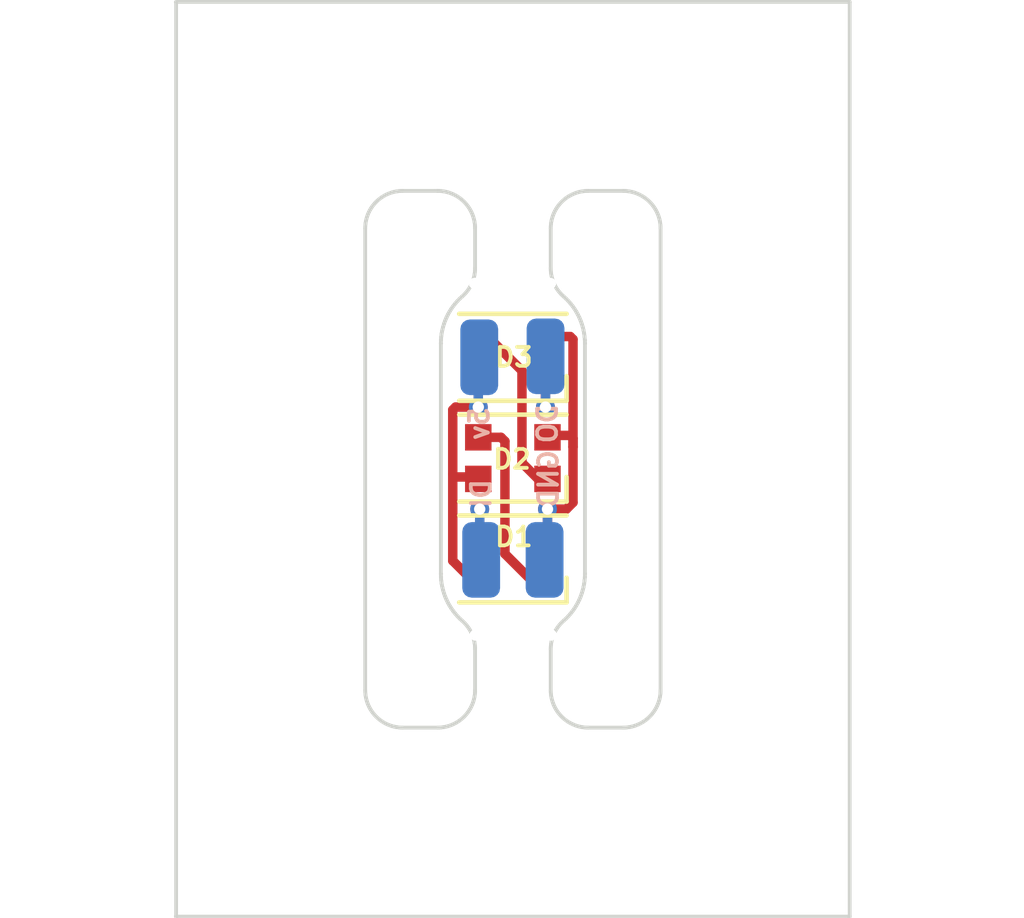
<source format=kicad_pcb>
(kicad_pcb (version 20221018) (generator pcbnew)
  (layers (0 "F.Cu" signal) (31 "B.Cu" signal) (34 "B.Paste" user) (35 "F.Paste" user) (36 "B.SilkS" user "B.Silkscreen") (37 "F.SilkS" user "F.Silkscreen") (38 "B.Mask" user) (39 "F.Mask" user) (44 "Edge.Cuts" user))
  (net 0 "")
  (net 1 "Board_0-+5")
  (net 2 "Board_0-D1-2")
  (net 3 "Board_0-D2-3")
  (net 4 "Board_0-D3-6")
  (net 5 "Board_0-DIN1")
  (net 6 "Board_0-GND")
  (footprint "LED_SMD:LED_WS2812B-2020_PLCC4_2.0x2.0mm" (layer "F.Cu") (at 148.499772 29.402732 180)
    (fp_text reference "D3")
    (fp_text value "WS2812B_Fixed")
  )
  (footprint "MountingHole:mousebite_5" (layer "F.Cu") (at 148.489592 27.45)
    (fp_text reference "mousebites")
    (fp_text value "mousebite_5")
  )
  (footprint "LED_SMD:LED_WS2812B-2020_PLCC4_2.0x2.0mm" (layer "F.Cu") (at 148.499772 34.736732 180)
    (fp_text reference "D1")
    (fp_text value "WS2812B-2020")
  )
  (footprint "MountingHole:mousebite_5" (layer "F.Cu") (at 148.509592 36.75)
    (fp_text reference "mouse bites")
    (fp_text value "mousebite_5")
  )
  (footprint "LED_SMD:LED_WS2812B-2020_PLCC4_2.0x2.0mm" (layer "F.Cu") (at 148.499772 32.069732 180)
    (fp_text reference "D2")
    (fp_text value "WS2812B_Fixed")
  )
  (footprint "Connector_Wire:SolderWirePad_1x01_SMD_1x2mm" (layer "B.Cu") (at 149.337972 34.762132 180)
    (fp_text reference "GND")
    (fp_text value "SolderWirePad_1x01_SMD_1x2mm")
  )
  (footprint "Connector_Wire:SolderWirePad_1x01_SMD_1x2mm" (layer "B.Cu") (at 147.610772 29.402732 180)
    (fp_text reference "5v")
    (fp_text value "SolderWirePad_1x01_SMD_1x2mm")
  )
  (footprint "Connector_Wire:SolderWirePad_1x01_SMD_1x2mm" (layer "B.Cu") (at 149.363372 29.377332 180)
    (fp_text reference "DO")
    (fp_text value "SolderWirePad_1x01_SMD_1x2mm")
  )
  (footprint "Connector_Wire:SolderWirePad_1x01_SMD_1x2mm" (layer "B.Cu") (at 147.661572 34.762132 180)
    (fp_text reference "DI")
    (fp_text value "SolderWirePad_1x01_SMD_1x2mm")
  )
  (gr_line (start 146.986674 27.9678) (end 146.9865 27.968003) (stroke (width 0.1)) (layer "Edge.Cuts"))
  (gr_line (start 152.405008 25.990122) (end 152.405008 38.209877) (stroke (width 0.1)) (layer "Edge.Cuts"))
  (gr_line (start 149.768793 36.442598) (end 149.803813 36.407186) (stroke (width 0.1)) (layer "Edge.Cuts"))
  (gr_line (start 147.02731 36.244379) (end 147.027489 36.244577) (stroke (width 0.1)) (layer "Edge.Cuts"))
  (gr_line (start 149.675009 27.607233) (end 149.647776 27.565536) (stroke (width 0.1)) (layer "Edge.Cuts"))
  (gr_line (start 146.976681 25.1169) (end 147.01896 25.140851) (stroke (width 0.1)) (layer "Edge.Cuts"))
  (gr_line (start 145.297611 39.157368) (end 145.251472 39.142125) (stroke (width 0.1)) (layer "Edge.Cuts"))
  (gr_line (start 147.107739 36.326483) (end 147.153071 36.368063) (stroke (width 0.1)) (layer "Edge.Cuts"))
  (gr_line (start 144.819713 25.361952) (end 144.851452 25.325158) (stroke (width 0.1)) (layer "Edge.Cuts"))
  (gr_line (start 150.405008 29.041687) (end 150.405008 29.041553) (stroke (width 0.1)) (layer "Edge.Cuts"))
  (gr_line (start 149.861953 25.224721) (end 149.900259 25.194826) (stroke (width 0.1)) (layer "Edge.Cuts"))
  (gr_line (start 150.441423 39.198804) (end 150.392963 39.195229) (stroke (width 0.1)) (layer "Edge.Cuts"))
  (gr_line (start 146.704686 28.444104) (end 146.683739 28.501944) (stroke (width 0.1)) (layer "Edge.Cuts"))
  (gr_line (start 152.210181 38.79974) (end 152.180286 38.838047) (stroke (width 0.1)) (layer "Edge.Cuts"))
  (gr_line (start 139.600994 44.199087) (end 139.601447 44.199275) (stroke (width 0.1)) (layer "Edge.Cuts"))
  (gr_line (start 150.295216 28.443854) (end 150.285645 28.419481) (stroke (width 0.1)) (layer "Edge.Cuts"))
  (gr_line (start 146.650433 28.611945) (end 146.635777 28.671689) (stroke (width 0.1)) (layer "Edge.Cuts"))
  (gr_line (start 150.261537 28.362597) (end 150.261429 28.362352) (stroke (width 0.1)) (layer "Edge.Cuts"))
  (gr_line (start 152.288107 25.523318) (end 152.309954 25.566721) (stroke (width 0.1)) (layer "Edge.Cuts"))
  (gr_line (start 149.599772 36.687684) (end 149.62268 36.643462) (stroke (width 0.1)) (layer "Edge.Cuts"))
  (gr_line (start 147.196217 27.758761) (end 147.159371 27.792451) (stroke (width 0.1)) (layer "Edge.Cuts"))
  (gr_line (start 139.595289 20.007863) (end 139.595193 20.008344) (stroke (width 0.1)) (layer "Edge.Cuts"))
  (gr_line (start 157.397144 44.199702) (end 157.39762 44.199583) (stroke (width 0.1)) (layer "Edge.Cuts"))
  (gr_line (start 157.392735 44.2) (end 157.39298 44.199996) (stroke (width 0.1)) (layer "Edge.Cuts"))
  (gr_line (start 149.675017 36.558751) (end 149.704314 36.518476) (stroke (width 0.1)) (layer "Edge.Cuts"))
  (gr_line (start 149.892441 36.326295) (end 149.91126 36.308086) (stroke (width 0.1)) (layer "Edge.Cuts"))
  (gr_line (start 150.285645 28.419481) (end 150.285544 28.419234) (stroke (width 0.1)) (layer "Edge.Cuts"))
  (gr_line (start 146.618665 28.758241) (end 146.618619 28.758504) (stroke (width 0.1)) (layer "Edge.Cuts"))
  (gr_line (start 146.969732 36.177882) (end 146.986499 36.197996) (stroke (width 0.1)) (layer "Edge.Cuts"))
  (gr_line (start 151.923968 39.059148) (end 151.881689 39.083099) (stroke (width 0.1)) (layer "Edge.Cuts"))
  (gr_line (start 146.788901 35.906676) (end 146.818813 35.960427) (stroke (width 0.1)) (layer "Edge.Cuts"))
  (gr_line (start 139.607019 20.000003) (end 139.604801 20.000057) (stroke (width 0.1)) (layer "Edge.Cuts"))
  (gr_line (start 157.404095 20.006002) (end 157.403885 20.005558) (stroke (width 0.1)) (layer "Edge.Cuts"))
  (gr_line (start 150.167567 35.98342) (end 150.167707 35.983191) (stroke (width 0.1)) (layer "Edge.Cuts"))
  (gr_line (start 145.161713 25.095053) (end 145.206136 25.075362) (stroke (width 0.1)) (layer "Edge.Cuts"))
  (gr_line (start 146.650504 35.554312) (end 146.657419 35.579568) (stroke (width 0.1)) (layer "Edge.Cuts"))
  (gr_line (start 149.622674 27.522523) (end 149.599767 27.478302) (stroke (width 0.1)) (layer "Edge.Cuts"))
  (gr_line (start 146.776657 35.883227) (end 146.788774 35.90644) (stroke (width 0.1)) (layer "Edge.Cuts"))
  (gr_line (start 145.297611 25.042631) (end 145.344442 25.029671) (stroke (width 0.1)) (layer "Edge.Cuts"))
  (gr_line (start 144.92015 25.25646) (end 144.956944 25.224721) (stroke (width 0.1)) (layer "Edge.Cuts"))
  (gr_line (start 147.325001 27.607199) (end 147.295707 27.647473) (stroke (width 0.1)) (layer "Edge.Cuts"))
  (gr_line (start 150.316256 35.664058) (end 150.316343 35.663805) (stroke (width 0.1)) (layer "Edge.Cuts"))
  (gr_line (start 146.915624 28.057801) (end 146.915467 28.058018) (stroke (width 0.1)) (layer "Edge.Cuts"))
  (gr_line (start 147.153271 36.368241) (end 147.159357 36.373531) (stroke (width 0.1)) (layer "Edge.Cuts"))
  (gr_line (start 146.738459 28.362597) (end 146.714452 28.419235) (stroke (width 0.1)) (layer "Edge.Cuts"))
  (gr_line (start 149.789966 38.910033) (end 149.756461 38.874841) (stroke (width 0.1)) (layer "Edge.Cuts"))
  (gr_line (start 146.635717 28.67195) (end 146.630161 28.697537) (stroke (width 0.1)) (layer "Edge.Cuts"))
  (gr_line (start 149.694827 38.79974) (end 149.666848 38.760012) (stroke (width 0.1)) (layer "Edge.Cuts"))
  (gr_line (start 146.614399 28.784616) (end 146.606201 28.845583) (stroke (width 0.1)) (layer "Edge.Cuts"))
  (gr_line (start 146.657416 28.586432) (end 146.6505 28.611686) (stroke (width 0.1)) (layer "Edge.Cuts"))
  (gr_line (start 149.542632 25.702619) (end 149.557874 25.65648) (stroke (width 0.1)) (layer "Edge.Cuts"))
  (gr_line (start 149.911449 36.307897) (end 149.954496 36.263956) (stroke (width 0.1)) (layer "Edge.Cuts"))
  (gr_line (start 139.595049 44.19019) (end 139.595073 44.190681) (stroke (width 0.1)) (layer "Edge.Cuts"))
  (gr_line (start 139.599288 44.198121) (end 139.599696 44.198394) (stroke (width 0.1)) (layer "Edge.Cuts"))
  (gr_line (start 146.607037 39.195229) (end 146.558577 39.198804) (stroke (width 0.1)) (layer "Edge.Cuts"))
  (gr_line (start 139.607264 44.2) (end 157.392735 44.2) (stroke (width 0.1)) (layer "Edge.Cuts"))
  (gr_line (start 147.243539 25.325158) (end 147.275278 25.361952) (stroke (width 0.1)) (layer "Edge.Cuts"))
  (gr_line (start 150.392963 25.00477) (end 150.441423 25.001195) (stroke (width 0.1)) (layer "Edge.Cuts"))
  (gr_line (start 157.392735 20) (end 139.607264 20) (stroke (width 0.1)) (layer "Edge.Cuts"))
  (gr_line (start 139.597162 20.003902) (end 139.59687 20.004296) (stroke (width 0.1)) (layer "Edge.Cuts"))
  (gr_line (start 149.519983 36.922906) (end 149.531163 36.874374) (stroke (width 0.1)) (layer "Edge.Cuts"))
  (gr_line (start 147.470328 25.74945) (end 147.480974 25.796861) (stroke (width 0.1)) (layer "Edge.Cuts"))
  (gr_line (start 146.618619 28.758504) (end 146.614438 28.784352) (stroke (width 0.1)) (layer "Edge.Cuts"))
  (gr_line (start 152.079849 38.943539) (end 152.043055 38.975278) (stroke (width 0.1)) (layer "Edge.Cuts"))
  (gr_line (start 150.261429 28.362352) (end 150.25057 28.338526) (stroke (width 0.1)) (layer "Edge.Cuts"))
  (gr_line (start 146.598431 35.232485) (end 146.603361 35.293849) (stroke (width 0.1)) (layer "Edge.Cuts"))
  (gr_line (start 146.879837 36.057508) (end 146.879988 36.057728) (stroke (width 0.1)) (layer "Edge.Cuts"))
  (gr_line (start 150.068536 28.036612) (end 150.030423 27.988326) (stroke (width 0.1)) (layer "Edge.Cuts"))
  (gr_line (start 139.595289 44.192136) (end 139.595408 44.192612) (stroke (width 0.1)) (layer "Edge.Cuts"))
  (gr_line (start 144.614017 38.403138) (end 144.60571 38.355262) (stroke (width 0.1)) (layer "Edge.Cuts"))
  (gr_line (start 146.832286 35.983191) (end 146.832425 35.98342) (stroke (width 0.1)) (layer "Edge.Cuts"))
  (gr_line (start 139.599288 20.001878) (end 139.598894 20.00217) (stroke (width 0.1)) (layer "Edge.Cuts"))
  (gr_line (start 149.557874 25.65648) (end 149.575362 25.611144) (stroke (width 0.1)) (layer "Edge.Cuts"))
  (gr_line (start 157.400711 44.198121) (end 157.401105 44.197829) (stroke (width 0.1)) (layer "Edge.Cuts"))
  (gr_line (start 144.637623 38.49738) (end 144.624663 38.450549) (stroke (width 0.1)) (layer "Edge.Cuts"))
  (gr_line (start 157.405008 44.187727) (end 157.405008 20.012272) (stroke (width 0.1)) (layer "Edge.Cuts"))
  (gr_line (start 149.531163 36.874374) (end 149.544769 36.826465) (stroke (width 0.1)) (layer "Edge.Cuts"))
  (gr_line (start 150.316343 35.663805) (end 150.324599 35.638954) (stroke (width 0.1)) (layer "Edge.Cuts"))
  (gr_line (start 146.597018 35.206165) (end 146.598414 35.232219) (stroke (width 0.1)) (layer "Edge.Cuts"))
  (gr_line (start 149.501196 38.258576) (end 149.5 38.209877) (stroke (width 0.1)) (layer "Edge.Cuts"))
  (gr_line (start 157.403402 44.195295) (end 157.403654 44.194874) (stroke (width 0.1)) (layer "Edge.Cuts"))
  (gr_line (start 150.342582 28.586431) (end 150.342508 28.586174) (stroke (width 0.1)) (layer "Edge.Cuts"))
  (gr_line (start 149.911448 27.858099) (end 149.911259 27.857911) (stroke (width 0.1)) (layer "Edge.Cuts"))
  (gr_line (start 146.797381 39.157368) (end 146.75055 39.170328) (stroke (width 0.1)) (layer "Edge.Cuts"))
  (gr_line (start 149.98104 25.140851) (end 150.023319 25.1169) (stroke (width 0.1)) (layer "Edge.Cuts"))
  (gr_line (start 147.480974 25.796861) (end 147.489282 25.844737) (stroke (width 0.1)) (layer "Edge.Cuts"))
  (gr_line (start 149.5 27.045072) (end 149.5 25.990122) (stroke (width 0.1)) (layer "Edge.Cuts"))
  (gr_line (start 151.748527 39.142125) (end 151.702388 39.157368) (stroke (width 0.1)) (layer "Edge.Cuts"))
  (gr_line (start 157.405004 44.187972) (end 157.405008 44.187727) (stroke (width 0.1)) (layer "Edge.Cuts"))
  (gr_line (start 149.595053 38.633278) (end 149.575362 38.588855) (stroke (width 0.1)) (layer "Edge.Cuts"))
  (gr_line (start 149.50477 25.892963) (end 149.510718 25.844737) (stroke (width 0.1)) (layer "Edge.Cuts"))
  (gr_line (start 146.749425 28.338526) (end 146.738566 28.362352) (stroke (width 0.1)) (layer "Edge.Cuts"))
  (gr_line (start 151.414885 25) (end 151.463584 25.001195) (stroke (width 0.1)) (layer "Edge.Cuts"))
  (gr_line (start 147.383099 38.676681) (end 147.359149 38.71896) (stroke (width 0.1)) (layer "Edge.Cuts"))
  (gr_line (start 150.285543 35.746767) (end 150.285644 35.746519) (stroke (width 0.1)) (layer "Edge.Cuts"))
  (gr_line (start 146.84352 25.057874) (end 146.888855 25.075362) (stroke (width 0.1)) (layer "Edge.Cuts"))
  (gr_line (start 146.618627 35.407496) (end 146.618673 35.407759) (stroke (width 0.1)) (layer "Edge.Cuts"))
  (gr_line (start 146.59517 35.137588) (end 146.595172 35.137722) (stroke (width 0.1)) (layer "Edge.Cuts"))
  (gr_line (start 149.647776 27.565536) (end 149.622674 27.522523) (stroke (width 0.1)) (layer "Edge.Cuts"))
  (gr_line (start 139.600117 20.001353) (end 139.599696 20.001605) (stroke (width 0.1)) (layer "Edge.Cuts"))
  (gr_line (start 145.344442 25.029671) (end 145.391853 25.019025) (stroke (width 0.1)) (layer "Edge.Cuts"))
  (gr_line (start 146.683652 28.502196) (end 146.675397 28.527045) (stroke (width 0.1)) (layer "Edge.Cuts"))
  (gr_line (start 149.954496 27.902043) (end 149.911448 27.858099) (stroke (width 0.1)) (layer "Edge.Cuts"))
  (gr_line (start 146.594992 29.041686) (end 146.594992 35.124274) (stroke (width 0.1)) (layer "Edge.Cuts"))
  (gr_line (start 149.95468 36.263762) (end 149.972499 36.244573) (stroke (width 0.1)) (layer "Edge.Cuts"))
  (gr_line (start 149.5 38.209877) (end 149.5 37.120923) (stroke (width 0.1)) (layer "Edge.Cuts"))
  (gr_line (start 157.396663 20.000201) (end 157.396177 20.000129) (stroke (width 0.1)) (layer "Edge.Cuts"))
  (gr_line (start 150.18118 35.960427) (end 150.211093 35.906676) (stroke (width 0.1)) (layer "Edge.Cuts"))
  (gr_line (start 139.604801 44.199942) (end 139.607019 44.199996) (stroke (width 0.1)) (layer "Edge.Cuts"))
  (gr_line (start 146.683739 28.501944) (end 146.683652 28.502196) (stroke (width 0.1)) (layer "Edge.Cuts"))
  (gr_line (start 146.606212 35.320416) (end 146.614407 35.381382) (stroke (width 0.1)) (layer "Edge.Cuts"))
  (gr_line (start 150.134678 28.13028) (end 150.120154 28.108493) (stroke (width 0.1)) (layer "Edge.Cuts"))
  (gr_line (start 149.825159 25.25646) (end 149.861953 25.224721) (stroke (width 0.1)) (layer "Edge.Cuts"))
  (gr_line (start 146.788902 28.259325) (end 146.788775 28.25956) (stroke (width 0.1)) (layer "Edge.Cuts"))
  (gr_line (start 147.352226 36.600481) (end 147.377327 36.643494) (stroke (width 0.1)) (layer "Edge.Cuts"))
  (gr_line (start 147.159357 36.373531) (end 147.196204 36.407222) (stroke (width 0.1)) (layer "Edge.Cuts"))
  (gr_line (start 150.396614 35.294115) (end 150.396639 35.293849) (stroke (width 0.1)) (layer "Edge.Cuts"))
  (gr_line (start 150.066722 25.095053) (end 150.111145 25.075362) (stroke (width 0.1)) (layer "Edge.Cuts"))
  (gr_line (start 150.111145 25.075362) (end 150.15648 25.057874) (stroke (width 0.1)) (layer "Edge.Cuts"))
  (gr_line (start 151.793863 39.124637) (end 151.748527 39.142125) (stroke (width 0.1)) (layer "Edge.Cuts"))
  (gr_line (start 149.972497 27.921424) (end 149.95468 27.902236) (stroke (width 0.1)) (layer "Edge.Cuts"))
  (gr_line (start 150.013489 36.197994) (end 150.030257 36.17788) (stroke (width 0.1)) (layer "Edge.Cuts"))
  (gr_line (start 139.598514 20.002482) (end 139.598151 20.002811) (stroke (width 0.1)) (layer "Edge.Cuts"))
  (gr_line (start 139.601447 44.199275) (end 139.601909 44.19944) (stroke (width 0.1)) (layer "Edge.Cuts"))
  (gr_line (start 147.49499 27.144622) (end 147.488743 27.194029) (stroke (width 0.1)) (layer "Edge.Cuts"))
  (gr_line (start 152.400237 38.307036) (end 152.394289 38.355262) (stroke (width 0.1)) (layer "Edge.Cuts"))
  (gr_line (start 150.134824 28.130504) (end 150.134678 28.13028) (stroke (width 0.1)) (layer "Edge.Cuts"))
  (gr_line (start 152.329645 38.588855) (end 152.309954 38.633278) (stroke (width 0.1)) (layer "Edge.Cuts"))
  (gr_line (start 145.206136 39.124637) (end 145.161713 39.104946) (stroke (width 0.1)) (layer "Edge.Cuts"))
  (gr_line (start 152.004748 25.194826) (end 152.043055 25.224721) (stroke (width 0.1)) (layer "Edge.Cuts"))
  (gr_line (start 150.316258 28.501943) (end 150.295311 28.444104) (stroke (width 0.1)) (layer "Edge.Cuts"))
  (gr_line (start 146.976681 39.083099) (end 146.933278 39.104946) (stroke (width 0.1)) (layer "Edge.Cuts"))
  (gr_line (start 139.595408 44.192612) (end 139.595551 44.193082) (stroke (width 0.1)) (layer "Edge.Cuts"))
  (gr_line (start 152.180286 25.361952) (end 152.210181 25.400259) (stroke (width 0.1)) (layer "Edge.Cuts"))
  (gr_line (start 149.954496 36.263956) (end 149.95468 36.263762) (stroke (width 0.1)) (layer "Edge.Cuts"))
  (gr_line (start 146.738566 35.803647) (end 146.749425 35.827474) (stroke (width 0.1)) (layer "Edge.Cuts"))
  (gr_line (start 139.597803 20.003159) (end 139.597474 20.003522) (stroke (width 0.1)) (layer "Edge.Cuts"))
  (gr_line (start 151.923968 25.140851) (end 151.96502 25.166847) (stroke (width 0.1)) (layer "Edge.Cuts"))
  (gr_line (start 146.714351 28.419482) (end 146.70478 28.443854) (stroke (width 0.1)) (layer "Edge.Cuts"))
  (gr_line (start 150.120155 36.057507) (end 150.13468 36.035719) (stroke (width 0.1)) (layer "Edge.Cuts"))
  (gr_line (start 146.915467 28.058018) (end 146.879989 28.108272) (stroke (width 0.1)) (layer "Edge.Cuts"))
  (gr_line (start 150.401578 28.933466) (end 150.39665 28.872149) (stroke (width 0.1)) (layer "Edge.Cuts"))
  (gr_line (start 145.034979 25.166847) (end 145.076031 25.140851) (stroke (width 0.1)) (layer "Edge.Cuts"))
  (gr_line (start 147.045307 36.263766) (end 147.045491 36.263959) (stroke (width 0.1)) (layer "Edge.Cuts"))
  (gr_line (start 149.972499 36.244573) (end 149.972678 36.244375) (stroke (width 0.1)) (layer "Edge.Cuts"))
  (gr_line (start 149.704314 36.518476) (end 149.735599 36.479726) (stroke (width 0.1)) (layer "Edge.Cuts"))
  (gr_line (start 149.529672 38.450549) (end 149.519026 38.403138) (stroke (width 0.1)) (layer "Edge.Cuts"))
  (gr_line (start 139.597803 44.19684) (end 139.598151 44.197188) (stroke (width 0.1)) (layer "Edge.Cuts"))
  (gr_line (start 144.690045 25.566721) (end 144.711892 25.523318) (stroke (width 0.1)) (layer "Edge.Cuts"))
  (gr_line (start 149.846914 36.368057) (end 149.892247 36.326478) (stroke (width 0.1)) (layer "Edge.Cuts"))
  (gr_line (start 147.352232 27.565504) (end 147.325001 27.607199) (stroke (width 0.1)) (layer "Edge.Cuts"))
  (gr_line (start 147.099741 39.005173) (end 147.060013 39.033152) (stroke (width 0.1)) (layer "Edge.Cuts"))
  (gr_line (start 145.034979 39.033152) (end 144.995251 39.005173) (stroke (width 0.1)) (layer "Edge.Cuts"))
  (gr_line (start 150.369885 35.4682) (end 150.381326 35.40776) (stroke (width 0.1)) (layer "Edge.Cuts"))
  (gr_line (start 150.404992 35.124323) (end 150.405008 29.041687) (stroke (width 0.1)) (layer "Edge.Cuts"))
  (gr_line (start 147.49523 25.892963) (end 147.498804 25.941423) (stroke (width 0.1)) (layer "Edge.Cuts"))
  (gr_line (start 152.385982 25.796861) (end 152.394289 25.844737) (stroke (width 0.1)) (layer "Edge.Cuts"))
  (gr_line (start 146.65749 28.586175) (end 146.657416 28.586432) (stroke (width 0.1)) (layer "Edge.Cuts"))
  (gr_line (start 150.324601 28.527044) (end 150.316345 28.502195) (stroke (width 0.1)) (layer "Edge.Cuts"))
  (gr_line (start 146.59517 29.028315) (end 146.595168 29.028449) (stroke (width 0.1)) (layer "Edge.Cuts"))
  (gr_line (start 139.594995 20.012027) (end 139.594992 20.012272) (stroke (width 0.1)) (layer "Edge.Cuts"))
  (gr_line (start 139.603336 44.199798) (end 139.603822 44.19987) (stroke (width 0.1)) (layer "Edge.Cuts"))
  (gr_line (start 139.596345 20.005125) (end 139.596114 20.005558) (stroke (width 0.1)) (layer "Edge.Cuts"))
  (gr_line (start 149.724722 25.361952) (end 149.756461 25.325158) (stroke (width 0.1)) (layer "Edge.Cuts"))
  (gr_line (start 150.385553 35.381646) (end 150.385592 35.381382) (stroke (width 0.1)) (layer "Edge.Cuts"))
  (gr_line (start 149.724722 38.838047) (end 149.694827 38.79974) (stroke (width 0.1)) (layer "Edge.Cuts"))
  (gr_line (start 149.599767 27.478302) (end 149.579113 27.432985) (stroke (width 0.1)) (layer "Edge.Cuts"))
  (gr_line (start 157.403129 20.004296) (end 157.402837 20.003902) (stroke (width 0.1)) (layer "Edge.Cuts"))
  (gr_line (start 146.888855 25.075362) (end 146.933278 25.095053) (stroke (width 0.1)) (layer "Edge.Cuts"))
  (gr_line (start 144.594992 38.209877) (end 144.594992 25.990122) (stroke (width 0.1)) (layer "Edge.Cuts"))
  (gr_line (start 157.403129 44.195703) (end 157.403402 44.195295) (stroke (width 0.1)) (layer "Edge.Cuts"))
  (gr_line (start 147.295698 36.51851) (end 147.324993 36.558784) (stroke (width 0.1)) (layer "Edge.Cuts"))
  (gr_line (start 146.558577 25.001195) (end 146.607037 25.00477) (stroke (width 0.1)) (layer "Edge.Cuts"))
  (gr_line (start 157.402525 44.196477) (end 157.402837 44.196097) (stroke (width 0.1)) (layer "Edge.Cuts"))
  (gr_line (start 152.309954 38.633278) (end 152.288107 38.676681) (stroke (width 0.1)) (layer "Edge.Cuts"))
  (gr_line (start 147.498804 25.941423) (end 147.5 25.990122) (stroke (width 0.1)) (layer "Edge.Cuts"))
  (gr_line (start 146.509877 39.2) (end 145.585114 39.2) (stroke (width 0.1)) (layer "Edge.Cuts"))
  (gr_line (start 149.939987 39.033152) (end 149.900259 39.005173) (stroke (width 0.1)) (layer "Edge.Cuts"))
  (gr_line (start 145.487955 25.00477) (end 145.536415 25.001195) (stroke (width 0.1)) (layer "Edge.Cuts"))
  (gr_line (start 150.342505 35.579826) (end 150.342579 35.579569) (stroke (width 0.1)) (layer "Edge.Cuts"))
  (gr_line (start 146.509877 25) (end 146.509877 25) (stroke (width 0.1)) (layer "Edge.Cuts"))
  (gr_line (start 139.595193 44.191655) (end 139.595289 44.192136) (stroke (width 0.1)) (layer "Edge.Cuts"))
  (gr_line (start 149.579113 27.432985) (end 149.560764 27.386686) (stroke (width 0.1)) (layer "Edge.Cuts"))
  (gr_line (start 146.594992 35.124409) (end 146.59517 35.137588) (stroke (width 0.1)) (layer "Edge.Cuts"))
  (gr_line (start 147.027311 27.921619) (end 146.986674 27.9678) (stroke (width 0.1)) (layer "Edge.Cuts"))
  (gr_line (start 150.349561 35.554054) (end 150.364215 35.494312) (stroke (width 0.1)) (layer "Edge.Cuts"))
  (gr_line (start 150.211219 28.25956) (end 150.211092 28.259325) (stroke (width 0.1)) (layer "Edge.Cuts"))
  (gr_line (start 147.400238 27.478271) (end 147.377333 27.522491) (stroke (width 0.1)) (layer "Edge.Cuts"))
  (gr_line (start 149.666848 25.439987) (end 149.694827 25.400259) (stroke (width 0.1)) (layer "Edge.Cuts"))
  (gr_line (start 147.488742 36.971962) (end 147.494989 37.021371) (stroke (width 0.1)) (layer "Edge.Cuts"))
  (gr_line (start 150.402981 35.206118) (end 150.402992 35.205851) (stroke (width 0.1)) (layer "Edge.Cuts"))
  (gr_line (start 139.595121 44.191169) (end 139.595193 44.191655) (stroke (width 0.1)) (layer "Edge.Cuts"))
  (gr_line (start 149.91126 36.308086) (end 149.911449 36.307897) (stroke (width 0.1)) (layer "Edge.Cuts"))
  (gr_line (start 147.5 38.209877) (end 147.498804 38.258576) (stroke (width 0.1)) (layer "Edge.Cuts"))
  (gr_line (start 150.24945 39.170328) (end 150.202619 39.157368) (stroke (width 0.1)) (layer "Edge.Cuts"))
  (gr_line (start 152.079849 25.25646) (end 152.115041 25.289966) (stroke (width 0.1)) (layer "Edge.Cuts"))
  (gr_line (start 150.030257 36.17788) (end 150.030425 36.177672) (stroke (width 0.1)) (layer "Edge.Cuts"))
  (gr_line (start 147.424638 25.611144) (end 147.442126 25.65648) (stroke (width 0.1)) (layer "Edge.Cuts"))
  (gr_line (start 150.39665 28.872149) (end 150.396625 28.871883) (stroke (width 0.1)) (layer "Edge.Cuts"))
  (gr_line (start 150.39383 28.845848) (end 150.393798 28.845582) (stroke (width 0.1)) (layer "Edge.Cuts"))
  (gr_line (start 157.404878 20.00883) (end 157.404806 20.008344) (stroke (width 0.1)) (layer "Edge.Cuts"))
  (gr_line (start 157.404806 44.191655) (end 157.404878 44.191169) (stroke (width 0.1)) (layer "Edge.Cuts"))
  (gr_line (start 150.0687 36.129176) (end 150.084369 36.108195) (stroke (width 0.1)) (layer "Edge.Cuts"))
  (gr_line (start 157.403402 20.004704) (end 157.403129 20.004296) (stroke (width 0.1)) (layer "Edge.Cuts"))
  (gr_line (start 147.295707 27.647473) (end 147.264424 27.686222) (stroke (width 0.1)) (layer "Edge.Cuts"))
  (gr_line (start 152.347133 25.65648) (end 152.362376 25.702619) (stroke (width 0.1)) (layer "Edge.Cuts"))
  (gr_line (start 149.735599 36.479726) (end 149.768793 36.442598) (stroke (width 0.1)) (layer "Edge.Cuts"))
  (gr_line (start 145.536415 39.198804) (end 145.487955 39.195229) (stroke (width 0.1)) (layer "Edge.Cuts"))
  (gr_line (start 139.595716 44.193544) (end 139.595904 44.193997) (stroke (width 0.1)) (layer "Edge.Cuts"))
  (gr_line (start 147.333152 38.760012) (end 147.305173 38.79974) (stroke (width 0.1)) (layer "Edge.Cuts"))
  (gr_line (start 157.403885 44.194441) (end 157.404095 44.193997) (stroke (width 0.1)) (layer "Edge.Cuts"))
  (gr_line (start 146.704687 35.721895) (end 146.704781 35.722145) (stroke (width 0.1)) (layer "Edge.Cuts"))
  (gr_line (start 157.400711 20.001878) (end 157.400303 20.001605) (stroke (width 0.1)) (layer "Edge.Cuts"))
  (gr_line (start 152.180286 38.838047) (end 152.148547 38.874841) (stroke (width 0.1)) (layer "Edge.Cuts"))
  (gr_line (start 147.5 37.120942) (end 147.5 38.209877) (stroke (width 0.1)) (layer "Edge.Cuts"))
  (gr_line (start 144.614017 25.796861) (end 144.624663 25.74945) (stroke (width 0.1)) (layer "Edge.Cuts"))
  (gr_line (start 149.735589 27.686257) (end 149.704305 27.647507) (stroke (width 0.1)) (layer "Edge.Cuts"))
  (gr_line (start 147.457368 25.702619) (end 147.470328 25.74945) (stroke (width 0.1)) (layer "Edge.Cuts"))
  (gr_line (start 147.439237 36.77933) (end 147.455234 36.826493) (stroke (width 0.1)) (layer "Edge.Cuts"))
  (gr_line (start 150.030425 36.177672) (end 150.068537 36.129388) (stroke (width 0.1)) (layer "Edge.Cuts"))
  (gr_line (start 147.264424 27.686222) (end 147.231233 27.72335) (stroke (width 0.1)) (layer "Edge.Cuts"))
  (gr_line (start 150.344737 39.189281) (end 150.296861 39.180974) (stroke (width 0.1)) (layer "Edge.Cuts"))
  (gr_line (start 157.404926 20.009318) (end 157.404878 20.00883) (stroke (width 0.1)) (layer "Edge.Cuts"))
  (gr_line (start 152.403812 25.941423) (end 152.405008 25.990122) (stroke (width 0.1)) (layer "Edge.Cuts"))
  (gr_line (start 146.558577 39.198804) (end 146.509877 39.2) (stroke (width 0.1)) (layer "Edge.Cuts"))
  (gr_line (start 157.399882 44.198646) (end 157.400303 44.198394) (stroke (width 0.1)) (layer "Edge.Cuts"))
  (gr_line (start 145.206136 25.075362) (end 145.251472 25.057874) (stroke (width 0.1)) (layer "Edge.Cuts"))
  (gr_line (start 149.519026 25.796861) (end 149.529672 25.74945) (stroke (width 0.1)) (layer "Edge.Cuts"))
  (gr_line (start 139.595904 20.006002) (end 139.595716 20.006455) (stroke (width 0.1)) (layer "Edge.Cuts"))
  (gr_line (start 147.088727 36.30809) (end 147.107544 36.3263) (stroke (width 0.1)) (layer "Edge.Cuts"))
  (gr_line (start 157.399005 20.000912) (end 157.398552 20.000724) (stroke (width 0.1)) (layer "Edge.Cuts"))
  (gr_line (start 144.851452 38.874841) (end 144.819713 38.838047) (stroke (width 0.1)) (layer "Edge.Cuts"))
  (gr_line (start 147.027489 36.244577) (end 147.045307 36.263766) (stroke (width 0.1)) (layer "Edge.Cuts"))
  (gr_line (start 146.865312 36.03572) (end 146.879837 36.057508) (stroke (width 0.1)) (layer "Edge.Cuts"))
  (gr_line (start 146.603386 35.294115) (end 146.60618 35.320151) (stroke (width 0.1)) (layer "Edge.Cuts"))
  (gr_line (start 144.735843 25.481039) (end 144.761839 25.439987) (stroke (width 0.1)) (layer "Edge.Cuts"))
  (gr_line (start 146.598422 28.933467) (end 146.598404 28.933733) (stroke (width 0.1)) (layer "Edge.Cuts"))
  (gr_line (start 157.395689 44.199918) (end 157.396177 44.19987) (stroke (width 0.1)) (layer "Edge.Cuts"))
  (gr_line (start 150.13468 36.035719) (end 150.134826 36.035495) (stroke (width 0.1)) (layer "Edge.Cuts"))
  (gr_line (start 157.403885 20.005558) (end 157.403654 20.005125) (stroke (width 0.1)) (layer "Edge.Cuts"))
  (gr_line (start 149.519982 27.243085) (end 149.511258 27.194053) (stroke (width 0.1)) (layer "Edge.Cuts"))
  (gr_line (start 149.704305 27.647507) (end 149.675009 27.607233) (stroke (width 0.1)) (layer "Edge.Cuts"))
  (gr_line (start 157.399005 44.199087) (end 157.399449 44.198877) (stroke (width 0.1)) (layer "Edge.Cuts"))
  (gr_line (start 150.401565 35.232534) (end 150.401582 35.232267) (stroke (width 0.1)) (layer "Edge.Cuts"))
  (gr_line (start 157.39762 44.199583) (end 157.39809 44.19944) (stroke (width 0.1)) (layer "Edge.Cuts"))
  (gr_line (start 146.986499 36.197996) (end 146.986673 36.198199) (stroke (width 0.1)) (layer "Edge.Cuts"))
  (gr_line (start 146.879988 36.057728) (end 146.915465 36.107981) (stroke (width 0.1)) (layer "Edge.Cuts"))
  (gr_line (start 139.597474 20.003522) (end 139.597162 20.003902) (stroke (width 0.1)) (layer "Edge.Cuts"))
  (gr_line (start 157.404283 44.193544) (end 157.404448 44.193082) (stroke (width 0.1)) (layer "Edge.Cuts"))
  (gr_line (start 150.39382 35.320152) (end 150.396614 35.294115) (stroke (width 0.1)) (layer "Edge.Cuts"))
  (gr_line (start 149.892247 27.839519) (end 149.846914 27.797938) (stroke (width 0.1)) (layer "Edge.Cuts"))
  (gr_line (start 149.900259 25.194826) (end 149.939987 25.166847) (stroke (width 0.1)) (layer "Edge.Cuts"))
  (gr_line (start 146.738458 35.803402) (end 146.738566 35.803647) (stroke (width 0.1)) (layer "Edge.Cuts"))
  (gr_line (start 152.115041 25.289966) (end 152.148547 25.325158) (stroke (width 0.1)) (layer "Edge.Cuts"))
  (gr_line (start 147.470328 38.450549) (end 147.457368 38.49738) (stroke (width 0.1)) (layer "Edge.Cuts"))
  (gr_line (start 147.494989 37.021371) (end 147.498744 37.071031) (stroke (width 0.1)) (layer "Edge.Cuts"))
  (gr_line (start 146.683654 35.663804) (end 146.683742 35.664057) (stroke (width 0.1)) (layer "Edge.Cuts"))
  (gr_line (start 152.23816 25.439987) (end 152.264156 25.481039) (stroke (width 0.1)) (layer "Edge.Cuts"))
  (gr_line (start 150.223457 28.28301) (end 150.223336 28.282772) (stroke (width 0.1)) (layer "Edge.Cuts"))
  (gr_line (start 146.598404 28.933733) (end 146.597005 28.95988) (stroke (width 0.1)) (layer "Edge.Cuts"))
  (gr_line (start 146.879989 28.108272) (end 146.879838 28.108492) (stroke (width 0.1)) (layer "Edge.Cuts"))
  (gr_line (start 157.405008 20.012272) (end 157.405004 20.012027) (stroke (width 0.1)) (layer "Edge.Cuts"))
  (gr_line (start 157.401485 20.002482) (end 157.401105 20.00217) (stroke (width 0.1)) (layer "Edge.Cuts"))
  (gr_line (start 144.60571 25.844737) (end 144.614017 25.796861) (stroke (width 0.1)) (layer "Edge.Cuts"))
  (gr_line (start 146.635723 35.49405) (end 146.635783 35.494311) (stroke (width 0.1)) (layer "Edge.Cuts"))
  (gr_line (start 146.888855 39.124637) (end 146.84352 39.142125) (stroke (width 0.1)) (layer "Edge.Cuts"))
  (gr_line (start 144.735843 38.71896) (end 144.711892 38.676681) (stroke (width 0.1)) (layer "Edge.Cuts"))
  (gr_line (start 139.598514 44.197517) (end 139.598894 44.197829) (stroke (width 0.1)) (layer "Edge.Cuts"))
  (gr_line (start 149.647782 36.600448) (end 149.675017 36.558751) (stroke (width 0.1)) (layer "Edge.Cuts"))
  (gr_line (start 146.818813 35.960427) (end 146.818946 35.960659) (stroke (width 0.1)) (layer "Edge.Cuts"))
  (gr_line (start 150.25057 28.338526) (end 150.250456 28.338284) (stroke (width 0.1)) (layer "Edge.Cuts"))
  (gr_line (start 144.711892 25.523318) (end 144.735843 25.481039) (stroke (width 0.1)) (layer "Edge.Cuts"))
  (gr_line (start 139.595073 20.009318) (end 139.595049 20.009809) (stroke (width 0.1)) (layer "Edge.Cuts"))
  (gr_line (start 152.148547 25.325158) (end 152.180286 25.361952) (stroke (width 0.1)) (layer "Edge.Cuts"))
  (gr_line (start 146.933278 39.104946) (end 146.888855 39.124637) (stroke (width 0.1)) (layer "Edge.Cuts"))
  (gr_line (start 147.333152 25.439987) (end 147.359149 25.481039) (stroke (width 0.1)) (layer "Edge.Cuts"))
  (gr_line (start 149.840662 36.373496) (end 149.846714 36.368235) (stroke (width 0.1)) (layer "Edge.Cuts"))
  (gr_line (start 157.396177 44.19987) (end 157.396663 44.199798) (stroke (width 0.1)) (layer "Edge.Cuts"))
  (gr_line (start 157.399449 44.198877) (end 157.399882 44.198646) (stroke (width 0.1)) (layer "Edge.Cuts"))
  (gr_line (start 139.595408 20.007387) (end 139.595289 20.007863) (stroke (width 0.1)) (layer "Edge.Cuts"))
  (gr_line (start 151.96502 25.166847) (end 152.004748 25.194826) (stroke (width 0.1)) (layer "Edge.Cuts"))
  (gr_line (start 139.602855 20.000297) (end 139.602379 20.000416) (stroke (width 0.1)) (layer "Edge.Cuts"))
  (gr_line (start 150.295311 28.444104) (end 150.295216 28.443854) (stroke (width 0.1)) (layer "Edge.Cuts"))
  (gr_line (start 146.675397 28.527045) (end 146.675316 28.527299) (stroke (width 0.1)) (layer "Edge.Cuts"))
  (gr_line (start 144.884958 25.289966) (end 144.92015 25.25646) (stroke (width 0.1)) (layer "Edge.Cuts"))
  (gr_line (start 147.138047 25.224721) (end 147.174841 25.25646) (stroke (width 0.1)) (layer "Edge.Cuts"))
  (gr_line (start 146.657419 35.579568) (end 146.657493 35.579825) (stroke (width 0.1)) (layer "Edge.Cuts"))
  (gr_line (start 145.391853 39.180974) (end 145.344442 39.170328) (stroke (width 0.1)) (layer "Edge.Cuts"))
  (gr_line (start 157.401485 44.197517) (end 157.401848 44.197188) (stroke (width 0.1)) (layer "Edge.Cuts"))
  (gr_line (start 139.596345 44.194874) (end 139.596597 44.195295) (stroke (width 0.1)) (layer "Edge.Cuts"))
  (gr_line (start 146.630114 35.468199) (end 146.630167 35.468461) (stroke (width 0.1)) (layer "Edge.Cuts"))
  (gr_line (start 146.832426 28.182581) (end 146.832287 28.182809) (stroke (width 0.1)) (layer "Edge.Cuts"))
  (gr_line (start 149.861953 38.975278) (end 149.825159 38.943539) (stroke (width 0.1)) (layer "Edge.Cuts"))
  (gr_line (start 149.825159 38.943539) (end 149.789966 38.910033) (stroke (width 0.1)) (layer "Edge.Cuts"))
  (gr_line (start 146.595172 35.137722) (end 146.597007 35.205899) (stroke (width 0.1)) (layer "Edge.Cuts"))
  (gr_line (start 150.381326 35.40776) (end 150.381372 35.407497) (stroke (width 0.1)) (layer "Edge.Cuts"))
  (gr_line (start 150.21122 35.906441) (end 150.223337 35.883227) (stroke (width 0.1)) (layer "Edge.Cuts"))
  (gr_line (start 157.402196 44.19684) (end 157.402525 44.196477) (stroke (width 0.1)) (layer "Edge.Cuts"))
  (gr_line (start 147.153071 27.797932) (end 147.107738 27.839514) (stroke (width 0.1)) (layer "Edge.Cuts"))
  (gr_line (start 146.655263 39.189281) (end 146.607037 39.195229) (stroke (width 0.1)) (layer "Edge.Cuts"))
  (gr_line (start 147.324993 36.558784) (end 147.352226 36.600481) (stroke (width 0.1)) (layer "Edge.Cuts"))
  (gr_line (start 147.060013 25.166847) (end 147.099741 25.194826) (stroke (width 0.1)) (layer "Edge.Cuts"))
  (gr_line (start 147.489282 38.355262) (end 147.480974 38.403138) (stroke (width 0.1)) (layer "Edge.Cuts"))
  (gr_line (start 150.385592 35.381382) (end 150.393788 35.320417) (stroke (width 0.1)) (layer "Edge.Cuts"))
  (gr_line (start 149.62268 36.643462) (end 149.647782 36.600448) (stroke (width 0.1)) (layer "Edge.Cuts"))
  (gr_line (start 150.490123 25) (end 151.414885 25) (stroke (width 0.1)) (layer "Edge.Cuts"))
  (gr_line (start 146.75055 39.170328) (end 146.703139 39.180974) (stroke (width 0.1)) (layer "Edge.Cuts"))
  (gr_line (start 139.597162 44.196097) (end 139.597474 44.196477) (stroke (width 0.1)) (layer "Edge.Cuts"))
  (gr_line (start 149.98104 39.059148) (end 149.939987 39.033152) (stroke (width 0.1)) (layer "Edge.Cuts"))
  (gr_line (start 139.602379 20.000416) (end 139.601909 20.000559) (stroke (width 0.1)) (layer "Edge.Cuts"))
  (gr_line (start 157.404878 44.191169) (end 157.404926 44.190681) (stroke (width 0.1)) (layer "Edge.Cuts"))
  (gr_line (start 146.933278 25.095053) (end 146.976681 25.1169) (stroke (width 0.1)) (layer "Edge.Cuts"))
  (gr_line (start 150.084369 36.108195) (end 150.084526 36.107979) (stroke (width 0.1)) (layer "Edge.Cuts"))
  (gr_line (start 139.597474 44.196477) (end 139.597803 44.19684) (stroke (width 0.1)) (layer "Edge.Cuts"))
  (gr_line (start 147.377327 36.643494) (end 147.400234 36.687715) (stroke (width 0.1)) (layer "Edge.Cuts"))
  (gr_line (start 146.797381 25.042631) (end 146.84352 25.057874) (stroke (width 0.1)) (layer "Edge.Cuts"))
  (gr_line (start 146.93129 36.129178) (end 146.931453 36.12939) (stroke (width 0.1)) (layer "Edge.Cuts"))
  (gr_line (start 147.383099 25.523318) (end 147.404947 25.566721) (stroke (width 0.1)) (layer "Edge.Cuts"))
  (gr_line (start 150.167706 28.182809) (end 150.167566 28.182581) (stroke (width 0.1)) (layer "Edge.Cuts"))
  (gr_line (start 152.394289 25.844737) (end 152.400237 25.892963) (stroke (width 0.1)) (layer "Edge.Cuts"))
  (gr_line (start 150.402992 35.205851) (end 150.404813 35.137674) (stroke (width 0.1)) (layer "Edge.Cuts"))
  (gr_line (start 144.956944 38.975278) (end 144.92015 38.943539) (stroke (width 0.1)) (layer "Edge.Cuts"))
  (gr_line (start 149.575362 25.611144) (end 149.595053 25.566721) (stroke (width 0.1)) (layer "Edge.Cuts"))
  (gr_line (start 150.013315 36.198197) (end 150.013489 36.197994) (stroke (width 0.1)) (layer "Edge.Cuts"))
  (gr_line (start 151.748527 25.057874) (end 151.793863 25.075362) (stroke (width 0.1)) (layer "Edge.Cuts"))
  (gr_line (start 150.030423 27.988326) (end 150.030255 27.988118) (stroke (width 0.1)) (layer "Edge.Cuts"))
  (gr_line (start 157.401105 20.00217) (end 157.400711 20.001878) (stroke (width 0.1)) (layer "Edge.Cuts"))
  (gr_line (start 147.107738 27.839514) (end 147.107544 27.839698) (stroke (width 0.1)) (layer "Edge.Cuts"))
  (gr_line (start 150.342579 35.579569) (end 150.349494 35.554313) (stroke (width 0.1)) (layer "Edge.Cuts"))
  (gr_line (start 144.711892 38.676681) (end 144.690045 38.633278) (stroke (width 0.1)) (layer "Edge.Cuts"))
  (gr_line (start 150.202619 39.157368) (end 150.15648 39.142125) (stroke (width 0.1)) (layer "Edge.Cuts"))
  (gr_line (start 149.542632 38.49738) (end 149.529672 38.450549) (stroke (width 0.1)) (layer "Edge.Cuts"))
  (gr_line (start 147.480974 38.403138) (end 147.470328 38.450549) (stroke (width 0.1)) (layer "Edge.Cuts"))
  (gr_line (start 147.01896 39.059148) (end 146.976681 39.083099) (stroke (width 0.1)) (layer "Edge.Cuts"))
  (gr_line (start 150.211093 35.906676) (end 150.21122 35.906441) (stroke (width 0.1)) (layer "Edge.Cuts"))
  (gr_line (start 139.601909 20.000559) (end 139.601447 20.000724) (stroke (width 0.1)) (layer "Edge.Cuts"))
  (gr_line (start 149.8038 27.758796) (end 149.768782 27.723385) (stroke (width 0.1)) (layer "Edge.Cuts"))
  (gr_line (start 146.776538 28.28301) (end 146.749539 28.338285) (stroke (width 0.1)) (layer "Edge.Cuts"))
  (gr_line (start 147.153271 27.797754) (end 147.153071 27.797932) (stroke (width 0.1)) (layer "Edge.Cuts"))
  (gr_line (start 150.369838 28.697537) (end 150.364281 28.671949) (stroke (width 0.1)) (layer "Edge.Cuts"))
  (gr_line (start 144.670354 25.611144) (end 144.690045 25.566721) (stroke (width 0.1)) (layer "Edge.Cuts"))
  (gr_line (start 147.480018 36.922931) (end 147.488742 36.971962) (stroke (width 0.1)) (layer "Edge.Cuts"))
  (gr_line (start 157.404591 44.192612) (end 157.40471 44.192136) (stroke (width 0.1)) (layer "Edge.Cuts"))
  (gr_line (start 157.399882 20.001353) (end 157.399449 20.001122) (stroke (width 0.1)) (layer "Edge.Cuts"))
  (gr_line (start 150.342508 28.586174) (end 150.324682 28.527299) (stroke (width 0.1)) (layer "Edge.Cuts"))
  (gr_line (start 151.608146 39.180974) (end 151.56027 39.189281) (stroke (width 0.1)) (layer "Edge.Cuts"))
  (gr_line (start 147.231233 27.72335) (end 147.196217 27.758761) (stroke (width 0.1)) (layer "Edge.Cuts"))
  (gr_line (start 150.369832 35.468461) (end 150.369885 35.4682) (stroke (width 0.1)) (layer "Edge.Cuts"))
  (gr_line (start 152.362376 38.49738) (end 152.347133 38.543519) (stroke (width 0.1)) (layer "Edge.Cuts"))
  (gr_line (start 147.5 27.045053) (end 147.498744 27.094963) (stroke (width 0.1)) (layer "Edge.Cuts"))
  (gr_line (start 157.404591 20.007387) (end 157.404448 20.006917) (stroke (width 0.1)) (layer "Edge.Cuts"))
  (gr_line (start 149.531161 27.291616) (end 149.519982 27.243085) (stroke (width 0.1)) (layer "Edge.Cuts"))
  (gr_line (start 151.512044 39.195229) (end 151.463584 39.198804) (stroke (width 0.1)) (layer "Edge.Cuts"))
  (gr_line (start 150.385601 28.784616) (end 150.385562 28.784352) (stroke (width 0.1)) (layer "Edge.Cuts"))
  (gr_line (start 139.59687 20.004296) (end 139.596597 20.004704) (stroke (width 0.1)) (layer "Edge.Cuts"))
  (gr_line (start 149.5 25.990122) (end 149.501196 25.941423) (stroke (width 0.1)) (layer "Edge.Cuts"))
  (gr_line (start 147.404947 25.566721) (end 147.424638 25.611144) (stroke (width 0.1)) (layer "Edge.Cuts"))
  (gr_line (start 146.675318 35.638699) (end 146.675399 35.638954) (stroke (width 0.1)) (layer "Edge.Cuts"))
  (gr_line (start 150.111145 39.124637) (end 150.066722 39.104946) (stroke (width 0.1)) (layer "Edge.Cuts"))
  (gr_line (start 149.575362 38.588855) (end 149.557874 38.543519) (stroke (width 0.1)) (layer "Edge.Cuts"))
  (gr_line (start 157.397144 20.000297) (end 157.396663 20.000201) (stroke (width 0.1)) (layer "Edge.Cuts"))
  (gr_line (start 152.403812 38.258576) (end 152.400237 38.307036) (stroke (width 0.1)) (layer "Edge.Cuts"))
  (gr_line (start 150.369891 28.697799) (end 150.369838 28.697537) (stroke (width 0.1)) (layer "Edge.Cuts"))
  (gr_line (start 144.789818 25.400259) (end 144.819713 25.361952) (stroke (width 0.1)) (layer "Edge.Cuts"))
  (gr_line (start 147.088538 27.858094) (end 147.045491 27.902039) (stroke (width 0.1)) (layer "Edge.Cuts"))
  (gr_line (start 146.703139 39.180974) (end 146.655263 39.189281) (stroke (width 0.1)) (layer "Edge.Cuts"))
  (gr_line (start 152.309954 25.566721) (end 152.329645 25.611144) (stroke (width 0.1)) (layer "Edge.Cuts"))
  (gr_line (start 147.442126 25.65648) (end 147.457368 25.702619) (stroke (width 0.1)) (layer "Edge.Cuts"))
  (gr_line (start 147.420888 36.733032) (end 147.439237 36.77933) (stroke (width 0.1)) (layer "Edge.Cuts"))
  (gr_line (start 150.120002 28.108273) (end 150.084524 28.058019) (stroke (width 0.1)) (layer "Edge.Cuts"))
  (gr_line (start 157.39298 20.000003) (end 157.392735 20) (stroke (width 0.1)) (layer "Edge.Cuts"))
  (gr_line (start 144.637623 25.702619) (end 144.652866 25.65648) (stroke (width 0.1)) (layer "Edge.Cuts"))
  (gr_line (start 149.846714 36.368235) (end 149.846914 36.368057) (stroke (width 0.1)) (layer "Edge.Cuts"))
  (gr_line (start 147.400234 36.687715) (end 147.420888 36.733032) (stroke (width 0.1)) (layer "Edge.Cuts"))
  (gr_line (start 139.595551 44.193082) (end 139.595716 44.193544) (stroke (width 0.1)) (layer "Edge.Cuts"))
  (gr_line (start 146.915465 36.107981) (end 146.915622 36.108197) (stroke (width 0.1)) (layer "Edge.Cuts"))
  (gr_line (start 147.088537 36.307902) (end 147.088727 36.30809) (stroke (width 0.1)) (layer "Edge.Cuts"))
  (gr_line (start 151.96502 39.033152) (end 151.923968 39.059148) (stroke (width 0.1)) (layer "Edge.Cuts"))
  (gr_line (start 157.40495 44.19019) (end 157.405004 44.187972) (stroke (width 0.1)) (layer "Edge.Cuts"))
  (gr_line (start 151.702388 39.157368) (end 151.655557 39.170328) (stroke (width 0.1)) (layer "Edge.Cuts"))
  (gr_line (start 152.400237 25.892963) (end 152.403812 25.941423) (stroke (width 0.1)) (layer "Edge.Cuts"))
  (gr_line (start 146.986673 36.198199) (end 147.02731 36.244379) (stroke (width 0.1)) (layer "Edge.Cuts"))
  (gr_line (start 144.956944 25.224721) (end 144.995251 25.194826) (stroke (width 0.1)) (layer "Edge.Cuts"))
  (gr_line (start 145.251472 25.057874) (end 145.297611 25.042631) (stroke (width 0.1)) (layer "Edge.Cuts"))
  (gr_line (start 150.381334 28.75824) (end 150.369891 28.697799) (stroke (width 0.1)) (layer "Edge.Cuts"))
  (gr_line (start 157.404283 20.006455) (end 157.404095 20.006002) (stroke (width 0.1)) (layer "Edge.Cuts"))
  (gr_line (start 147.305173 38.79974) (end 147.275278 38.838047) (stroke (width 0.1)) (layer "Edge.Cuts"))
  (gr_line (start 146.776537 35.882989) (end 146.776657 35.883227) (stroke (width 0.1)) (layer "Edge.Cuts"))
  (gr_line (start 157.395198 20.000057) (end 157.39298 20.000003) (stroke (width 0.1)) (layer "Edge.Cuts"))
  (gr_line (start 139.598894 44.197829) (end 139.599288 44.198121) (stroke (width 0.1)) (layer "Edge.Cuts"))
  (gr_line (start 157.404448 20.006917) (end 157.404283 20.006455) (stroke (width 0.1)) (layer "Edge.Cuts"))
  (gr_line (start 150.167566 28.182581) (end 150.134824 28.130504) (stroke (width 0.1)) (layer "Edge.Cuts"))
  (gr_line (start 147.498804 38.258576) (end 147.49523 38.307036) (stroke (width 0.1)) (layer "Edge.Cuts"))
  (gr_line (start 157.398552 44.199275) (end 157.399005 44.199087) (stroke (width 0.1)) (layer "Edge.Cuts"))
  (gr_line (start 146.749539 28.338285) (end 146.749425 28.338526) (stroke (width 0.1)) (layer "Edge.Cuts"))
  (gr_line (start 150.285644 35.746519) (end 150.295216 35.722145) (stroke (width 0.1)) (layer "Edge.Cuts"))
  (gr_line (start 139.604801 20.000057) (end 139.604801 20.000057) (stroke (width 0.1)) (layer "Edge.Cuts"))
  (gr_line (start 147.107544 27.839698) (end 147.088728 27.857906) (stroke (width 0.1)) (layer "Edge.Cuts"))
  (gr_line (start 149.510718 25.844737) (end 149.519026 25.796861) (stroke (width 0.1)) (layer "Edge.Cuts"))
  (gr_line (start 146.594992 29.041552) (end 146.594992 29.041686) (stroke (width 0.1)) (layer "Edge.Cuts"))
  (gr_line (start 150.181179 28.205572) (end 150.181046 28.205341) (stroke (width 0.1)) (layer "Edge.Cuts"))
  (gr_line (start 144.761839 25.439987) (end 144.789818 25.400259) (stroke (width 0.1)) (layer "Edge.Cuts"))
  (gr_line (start 150.441423 25.001195) (end 150.490123 25) (stroke (width 0.1)) (layer "Edge.Cuts"))
  (gr_line (start 150.084524 28.058019) (end 150.084367 28.057803) (stroke (width 0.1)) (layer "Edge.Cuts"))
  (gr_line (start 151.655557 25.029671) (end 151.702388 25.042631) (stroke (width 0.1)) (layer "Edge.Cuts"))
  (gr_line (start 147.045491 36.263959) (end 147.088537 36.307902) (stroke (width 0.1)) (layer "Edge.Cuts"))
  (gr_line (start 149.911259 27.857911) (end 149.892442 27.839702) (stroke (width 0.1)) (layer "Edge.Cuts"))
  (gr_line (start 144.599762 38.307036) (end 144.596187 38.258576) (stroke (width 0.1)) (layer "Edge.Cuts"))
  (gr_line (start 150.167707 35.983191) (end 150.181047 35.960658) (stroke (width 0.1)) (layer "Edge.Cuts"))
  (gr_line (start 145.161713 39.104946) (end 145.11831 39.083099) (stroke (width 0.1)) (layer "Edge.Cuts"))
  (gr_line (start 157.396663 44.199798) (end 157.397144 44.199702) (stroke (width 0.1)) (layer "Edge.Cuts"))
  (gr_line (start 157.39762 20.000416) (end 157.397144 20.000297) (stroke (width 0.1)) (layer "Edge.Cuts"))
  (gr_line (start 139.595551 20.006917) (end 139.595408 20.007387) (stroke (width 0.1)) (layer "Edge.Cuts"))
  (gr_line (start 146.776659 28.282772) (end 146.776538 28.28301) (stroke (width 0.1)) (layer "Edge.Cuts"))
  (gr_line (start 150.295216 35.722145) (end 150.29531 35.721895) (stroke (width 0.1)) (layer "Edge.Cuts"))
  (gr_line (start 149.50477 38.307036) (end 149.501196 38.258576) (stroke (width 0.1)) (layer "Edge.Cuts"))
  (gr_line (start 146.832287 28.182809) (end 146.818948 28.20534) (stroke (width 0.1)) (layer "Edge.Cuts"))
  (gr_line (start 157.403654 44.194874) (end 157.403885 44.194441) (stroke (width 0.1)) (layer "Edge.Cuts"))
  (gr_line (start 150.250456 35.827717) (end 150.25057 35.827475) (stroke (width 0.1)) (layer "Edge.Cuts"))
  (gr_line (start 139.59687 44.195703) (end 139.597162 44.196097) (stroke (width 0.1)) (layer "Edge.Cuts"))
  (gr_line (start 149.972678 36.244375) (end 150.013315 36.198197) (stroke (width 0.1)) (layer "Edge.Cuts"))
  (gr_line (start 144.884958 38.910033) (end 144.851452 38.874841) (stroke (width 0.1)) (layer "Edge.Cuts"))
  (gr_line (start 149.640851 38.71896) (end 149.616901 38.676681) (stroke (width 0.1)) (layer "Edge.Cuts"))
  (gr_line (start 139.603822 44.19987) (end 139.60431 44.199918) (stroke (width 0.1)) (layer "Edge.Cuts"))
  (gr_line (start 152.210181 25.400259) (end 152.23816 25.439987) (stroke (width 0.1)) (layer "Edge.Cuts"))
  (gr_line (start 157.404448 44.193082) (end 157.404591 44.192612) (stroke (width 0.1)) (layer "Edge.Cuts"))
  (gr_line (start 146.931454 28.03661) (end 146.931291 28.036822) (stroke (width 0.1)) (layer "Edge.Cuts"))
  (gr_line (start 146.595168 29.028449) (end 146.594992 29.041552) (stroke (width 0.1)) (layer "Edge.Cuts"))
  (gr_line (start 144.670354 38.588855) (end 144.652866 38.543519) (stroke (width 0.1)) (layer "Edge.Cuts"))
  (gr_line (start 157.395198 44.199942) (end 157.395689 44.199918) (stroke (width 0.1)) (layer "Edge.Cuts"))
  (gr_line (start 146.969566 27.988323) (end 146.931454 28.03661) (stroke (width 0.1)) (layer "Edge.Cuts"))
  (gr_line (start 144.624663 25.74945) (end 144.637623 25.702619) (stroke (width 0.1)) (layer "Edge.Cuts"))
  (gr_line (start 150.402995 28.95988) (end 150.401596 28.933733) (stroke (width 0.1)) (layer "Edge.Cuts"))
  (gr_line (start 147.027491 27.92142) (end 147.027311 27.921619) (stroke (width 0.1)) (layer "Edge.Cuts"))
  (gr_line (start 152.288107 38.676681) (end 152.264156 38.71896) (stroke (width 0.1)) (layer "Edge.Cuts"))
  (gr_line (start 150.344737 25.010718) (end 150.392963 25.00477) (stroke (width 0.1)) (layer "Edge.Cuts"))
  (gr_line (start 151.56027 39.189281) (end 151.512044 39.195229) (stroke (width 0.1)) (layer "Edge.Cuts"))
  (gr_line (start 145.439729 25.010718) (end 145.487955 25.00477) (stroke (width 0.1)) (layer "Edge.Cuts"))
  (gr_line (start 152.385982 38.403138) (end 152.375336 38.450549) (stroke (width 0.1)) (layer "Edge.Cuts"))
  (gr_line (start 146.832425 35.98342) (end 146.865167 36.035496) (stroke (width 0.1)) (layer "Edge.Cuts"))
  (gr_line (start 157.39809 44.19944) (end 157.398552 44.199275) (stroke (width 0.1)) (layer "Edge.Cuts"))
  (gr_line (start 139.594992 20.012272) (end 139.594992 44.187727) (stroke (width 0.1)) (layer "Edge.Cuts"))
  (gr_line (start 146.630108 28.697799) (end 146.618665 28.758241) (stroke (width 0.1)) (layer "Edge.Cuts"))
  (gr_line (start 147.498744 37.071031) (end 147.5 37.120942) (stroke (width 0.1)) (layer "Edge.Cuts"))
  (gr_line (start 152.115041 38.910033) (end 152.079849 38.943539) (stroke (width 0.1)) (layer "Edge.Cuts"))
  (gr_line (start 150.211092 28.259325) (end 150.181179 28.205572) (stroke (width 0.1)) (layer "Edge.Cuts"))
  (gr_line (start 147.468841 27.29159) (end 147.455236 27.339496) (stroke (width 0.1)) (layer "Edge.Cuts"))
  (gr_line (start 149.616901 38.676681) (end 149.595053 38.633278) (stroke (width 0.1)) (layer "Edge.Cuts"))
  (gr_line (start 146.714453 35.746766) (end 146.738458 35.803402) (stroke (width 0.1)) (layer "Edge.Cuts"))
  (gr_line (start 147.174841 25.25646) (end 147.210034 25.289966) (stroke (width 0.1)) (layer "Edge.Cuts"))
  (gr_line (start 149.529672 25.74945) (end 149.542632 25.702619) (stroke (width 0.1)) (layer "Edge.Cuts"))
  (gr_line (start 146.657493 35.579825) (end 146.675318 35.638699) (stroke (width 0.1)) (layer "Edge.Cuts"))
  (gr_line (start 150.349565 28.611944) (end 150.349498 28.611686) (stroke (width 0.1)) (layer "Edge.Cuts"))
  (gr_line (start 149.95468 27.902236) (end 149.954496 27.902043) (stroke (width 0.1)) (layer "Edge.Cuts"))
  (gr_line (start 147.045491 27.902039) (end 147.045307 27.902233) (stroke (width 0.1)) (layer "Edge.Cuts"))
  (gr_line (start 146.614407 35.381382) (end 146.614446 35.381646) (stroke (width 0.1)) (layer "Edge.Cuts"))
  (gr_line (start 146.818946 35.960659) (end 146.832286 35.983191) (stroke (width 0.1)) (layer "Edge.Cuts"))
  (gr_line (start 157.402837 20.003902) (end 157.402525 20.003522) (stroke (width 0.1)) (layer "Edge.Cuts"))
  (gr_line (start 146.738566 28.362352) (end 146.738459 28.362597) (stroke (width 0.1)) (layer "Edge.Cuts"))
  (gr_line (start 147.210034 38.910033) (end 147.174841 38.943539) (stroke (width 0.1)) (layer "Edge.Cuts"))
  (gr_line (start 157.401848 20.002811) (end 157.401485 20.002482) (stroke (width 0.1)) (layer "Edge.Cuts"))
  (gr_line (start 149.846714 27.79776) (end 149.840647 27.792487) (stroke (width 0.1)) (layer "Edge.Cuts"))
  (gr_line (start 147.377333 27.522491) (end 147.352232 27.565504) (stroke (width 0.1)) (layer "Edge.Cuts"))
  (gr_line (start 150.084367 28.057803) (end 150.068699 28.036824) (stroke (width 0.1)) (layer "Edge.Cuts"))
  (gr_line (start 149.892442 27.839702) (end 149.892247 27.839519) (stroke (width 0.1)) (layer "Edge.Cuts"))
  (gr_line (start 147.439239 27.386657) (end 147.420891 27.432955) (stroke (width 0.1)) (layer "Edge.Cuts"))
  (gr_line (start 144.652866 25.65648) (end 144.670354 25.611144) (stroke (width 0.1)) (layer "Edge.Cuts"))
  (gr_line (start 139.595904 44.193997) (end 139.596114 44.194441) (stroke (width 0.1)) (layer "Edge.Cuts"))
  (gr_line (start 157.405004 20.012027) (end 157.40495 20.009809) (stroke (width 0.1)) (layer "Edge.Cuts"))
  (gr_line (start 150.393798 28.845582) (end 150.385601 28.784616) (stroke (width 0.1)) (layer "Edge.Cuts"))
  (gr_line (start 139.602855 44.199702) (end 139.603336 44.199798) (stroke (width 0.1)) (layer "Edge.Cuts"))
  (gr_line (start 151.463584 39.198804) (end 151.414885 39.2) (stroke (width 0.1)) (layer "Edge.Cuts"))
  (gr_line (start 157.402837 44.196097) (end 157.403129 44.195703) (stroke (width 0.1)) (layer "Edge.Cuts"))
  (gr_line (start 149.595053 25.566721) (end 149.616901 25.523318) (stroke (width 0.1)) (layer "Edge.Cuts"))
  (gr_line (start 145.344442 39.170328) (end 145.297611 39.157368) (stroke (width 0.1)) (layer "Edge.Cuts"))
  (gr_line (start 144.690045 38.633278) (end 144.670354 38.588855) (stroke (width 0.1)) (layer "Edge.Cuts"))
  (gr_line (start 149.544767 27.339524) (end 149.531161 27.291616) (stroke (width 0.1)) (layer "Edge.Cuts"))
  (gr_line (start 149.560767 36.779301) (end 149.579117 36.733002) (stroke (width 0.1)) (layer "Edge.Cuts"))
  (gr_line (start 139.600117 44.198646) (end 139.60055 44.198877) (stroke (width 0.1)) (layer "Edge.Cuts"))
  (gr_line (start 144.789818 38.79974) (end 144.761839 38.760012) (stroke (width 0.1)) (layer "Edge.Cuts"))
  (gr_line (start 157.395689 20.000081) (end 157.395198 20.000057) (stroke (width 0.1)) (layer "Edge.Cuts"))
  (gr_line (start 150.24945 25.029671) (end 150.296861 25.019025) (stroke (width 0.1)) (layer "Edge.Cuts"))
  (gr_line (start 150.202619 25.042631) (end 150.24945 25.029671) (stroke (width 0.1)) (layer "Edge.Cuts"))
  (gr_line (start 146.704781 35.722145) (end 146.714352 35.746518) (stroke (width 0.1)) (layer "Edge.Cuts"))
  (gr_line (start 150.392963 39.195229) (end 150.344737 39.189281) (stroke (width 0.1)) (layer "Edge.Cuts"))
  (gr_line (start 144.599762 25.892963) (end 144.60571 25.844737) (stroke (width 0.1)) (layer "Edge.Cuts"))
  (gr_line (start 146.655263 25.010718) (end 146.703139 25.019025) (stroke (width 0.1)) (layer "Edge.Cuts"))
  (gr_line (start 147.275278 38.838047) (end 147.243539 38.874841) (stroke (width 0.1)) (layer "Edge.Cuts"))
  (gr_line (start 157.402196 20.003159) (end 157.401848 20.002811) (stroke (width 0.1)) (layer "Edge.Cuts"))
  (gr_line (start 146.865169 28.130503) (end 146.832426 28.182581) (stroke (width 0.1)) (layer "Edge.Cuts"))
  (gr_line (start 147.045307 27.902233) (end 147.027491 27.92142) (stroke (width 0.1)) (layer "Edge.Cuts"))
  (gr_line (start 146.865314 28.130279) (end 146.865169 28.130503) (stroke (width 0.1)) (layer "Edge.Cuts"))
  (gr_line (start 157.403654 20.005125) (end 157.403402 20.004704) (stroke (width 0.1)) (layer "Edge.Cuts"))
  (gr_line (start 144.596187 38.258576) (end 144.594992 38.209877) (stroke (width 0.1)) (layer "Edge.Cuts"))
  (gr_line (start 146.603361 35.293849) (end 146.603386 35.294115) (stroke (width 0.1)) (layer "Edge.Cuts"))
  (gr_line (start 147.159371 27.792451) (end 147.153271 27.797754) (stroke (width 0.1)) (layer "Edge.Cuts"))
  (gr_line (start 139.595193 20.008344) (end 139.595121 20.00883) (stroke (width 0.1)) (layer "Edge.Cuts"))
  (gr_line (start 147.498744 27.094963) (end 147.49499 27.144622) (stroke (width 0.1)) (layer "Edge.Cuts"))
  (gr_line (start 149.892247 36.326478) (end 149.892441 36.326295) (stroke (width 0.1)) (layer "Edge.Cuts"))
  (gr_line (start 150.068537 36.129388) (end 150.0687 36.129176) (stroke (width 0.1)) (layer "Edge.Cuts"))
  (gr_line (start 157.39298 44.199996) (end 157.395198 44.199942) (stroke (width 0.1)) (layer "Edge.Cuts"))
  (gr_line (start 144.761839 38.760012) (end 144.735843 38.71896) (stroke (width 0.1)) (layer "Edge.Cuts"))
  (gr_line (start 150.38138 28.758503) (end 150.381334 28.75824) (stroke (width 0.1)) (layer "Edge.Cuts"))
  (gr_line (start 157.404926 44.190681) (end 157.40495 44.19019) (stroke (width 0.1)) (layer "Edge.Cuts"))
  (gr_line (start 146.597007 35.205899) (end 146.597018 35.206165) (stroke (width 0.1)) (layer "Edge.Cuts"))
  (gr_line (start 144.851452 25.325158) (end 144.884958 25.289966) (stroke (width 0.1)) (layer "Edge.Cuts"))
  (gr_line (start 147.442126 38.543519) (end 147.424638 38.588855) (stroke (width 0.1)) (layer "Edge.Cuts"))
  (gr_line (start 146.969564 36.177675) (end 146.969732 36.177882) (stroke (width 0.1)) (layer "Edge.Cuts"))
  (gr_line (start 151.463584 25.001195) (end 151.512044 25.00477) (stroke (width 0.1)) (layer "Edge.Cuts"))
  (gr_line (start 146.703139 25.019025) (end 146.75055 25.029671) (stroke (width 0.1)) (layer "Edge.Cuts"))
  (gr_line (start 151.881689 25.1169) (end 151.923968 25.140851) (stroke (width 0.1)) (layer "Edge.Cuts"))
  (gr_line (start 146.635783 35.494311) (end 146.650437 35.554053) (stroke (width 0.1)) (layer "Edge.Cuts"))
  (gr_line (start 139.596597 44.195295) (end 139.59687 44.195703) (stroke (width 0.1)) (layer "Edge.Cuts"))
  (gr_line (start 150.349498 28.611686) (end 150.342582 28.586431) (stroke (width 0.1)) (layer "Edge.Cuts"))
  (gr_line (start 151.838286 25.095053) (end 151.881689 25.1169) (stroke (width 0.1)) (layer "Edge.Cuts"))
  (gr_line (start 146.630161 28.697537) (end 146.630108 28.697799) (stroke (width 0.1)) (layer "Edge.Cuts"))
  (gr_line (start 150.364276 35.494051) (end 150.369832 35.468461) (stroke (width 0.1)) (layer "Edge.Cuts"))
  (gr_line (start 147.138047 38.975278) (end 147.099741 39.005173) (stroke (width 0.1)) (layer "Edge.Cuts"))
  (gr_line (start 139.599696 44.198394) (end 139.600117 44.198646) (stroke (width 0.1)) (layer "Edge.Cuts"))
  (gr_line (start 150.404991 35.124456) (end 150.404992 35.124323) (stroke (width 0.1)) (layer "Edge.Cuts"))
  (gr_line (start 157.401848 44.197188) (end 157.402196 44.19684) (stroke (width 0.1)) (layer "Edge.Cuts"))
  (gr_line (start 147.359149 38.71896) (end 147.333152 38.760012) (stroke (width 0.1)) (layer "Edge.Cuts"))
  (gr_line (start 147.01896 25.140851) (end 147.060013 25.166847) (stroke (width 0.1)) (layer "Edge.Cuts"))
  (gr_line (start 147.088728 27.857906) (end 147.088538 27.858094) (stroke (width 0.1)) (layer "Edge.Cuts"))
  (gr_line (start 149.501196 25.941423) (end 149.50477 25.892963) (stroke (width 0.1)) (layer "Edge.Cuts"))
  (gr_line (start 157.399449 20.001122) (end 157.399005 20.000912) (stroke (width 0.1)) (layer "Edge.Cuts"))
  (gr_line (start 151.793863 25.075362) (end 151.838286 25.095053) (stroke (width 0.1)) (layer "Edge.Cuts"))
  (gr_line (start 149.510718 38.355262) (end 149.50477 38.307036) (stroke (width 0.1)) (layer "Edge.Cuts"))
  (gr_line (start 139.60055 20.001122) (end 139.600117 20.001353) (stroke (width 0.1)) (layer "Edge.Cuts"))
  (gr_line (start 139.602379 44.199583) (end 139.602855 44.199702) (stroke (width 0.1)) (layer "Edge.Cuts"))
  (gr_line (start 152.375336 25.74945) (end 152.385982 25.796861) (stroke (width 0.1)) (layer "Edge.Cuts"))
  (gr_line (start 146.683742 35.664057) (end 146.704687 35.721895) (stroke (width 0.1)) (layer "Edge.Cuts"))
  (gr_line (start 150.324599 35.638954) (end 150.324679 35.6387) (stroke (width 0.1)) (layer "Edge.Cuts"))
  (gr_line (start 157.40471 44.192136) (end 157.404806 44.191655) (stroke (width 0.1)) (layer "Edge.Cuts"))
  (gr_line (start 146.509877 25) (end 146.558577 25.001195) (stroke (width 0.1)) (layer "Edge.Cuts"))
  (gr_line (start 150.40483 29.028315) (end 150.403006 28.960147) (stroke (width 0.1)) (layer "Edge.Cuts"))
  (gr_line (start 149.803813 36.407186) (end 149.840662 36.373496) (stroke (width 0.1)) (layer "Edge.Cuts"))
  (gr_line (start 157.39809 20.000559) (end 157.39762 20.000416) (stroke (width 0.1)) (layer "Edge.Cuts"))
  (gr_line (start 144.819713 38.838047) (end 144.789818 38.79974) (stroke (width 0.1)) (layer "Edge.Cuts"))
  (gr_line (start 147.488743 27.194029) (end 147.480019 27.24306) (stroke (width 0.1)) (layer "Edge.Cuts"))
  (gr_line (start 150.296861 39.180974) (end 150.24945 39.170328) (stroke (width 0.1)) (layer "Edge.Cuts"))
  (gr_line (start 146.788774 35.90644) (end 146.788901 35.906676) (stroke (width 0.1)) (layer "Edge.Cuts"))
  (gr_line (start 150.364215 35.494312) (end 150.364276 35.494051) (stroke (width 0.1)) (layer "Edge.Cuts"))
  (gr_line (start 149.544769 36.826465) (end 149.560767 36.779301) (stroke (width 0.1)) (layer "Edge.Cuts"))
  (gr_line (start 149.789966 25.289966) (end 149.825159 25.25646) (stroke (width 0.1)) (layer "Edge.Cuts"))
  (gr_line (start 144.596187 25.941423) (end 144.599762 25.892963) (stroke (width 0.1)) (layer "Edge.Cuts"))
  (gr_line (start 146.614438 28.784352) (end 146.614399 28.784616) (stroke (width 0.1)) (layer "Edge.Cuts"))
  (gr_line (start 150.181047 35.960658) (end 150.18118 35.960427) (stroke (width 0.1)) (layer "Edge.Cuts"))
  (gr_line (start 139.603822 20.000129) (end 139.603336 20.000201) (stroke (width 0.1)) (layer "Edge.Cuts"))
  (gr_line (start 146.635777 28.671689) (end 146.635717 28.67195) (stroke (width 0.1)) (layer "Edge.Cuts"))
  (gr_line (start 146.606201 28.845583) (end 146.606169 28.845849) (stroke (width 0.1)) (layer "Edge.Cuts"))
  (gr_line (start 157.398552 20.000724) (end 157.39809 20.000559) (stroke (width 0.1)) (layer "Edge.Cuts"))
  (gr_line (start 146.594992 35.124274) (end 146.594992 35.124409) (stroke (width 0.1)) (layer "Edge.Cuts"))
  (gr_line (start 150.401596 28.933733) (end 150.401578 28.933466) (stroke (width 0.1)) (layer "Edge.Cuts"))
  (gr_line (start 149.768782 27.723385) (end 149.735589 27.686257) (stroke (width 0.1)) (layer "Edge.Cuts"))
  (gr_line (start 150.068699 28.036824) (end 150.068536 28.036612) (stroke (width 0.1)) (layer "Edge.Cuts"))
  (gr_line (start 139.600994 20.000912) (end 139.60055 20.001122) (stroke (width 0.1)) (layer "Edge.Cuts"))
  (gr_line (start 150.316345 28.502195) (end 150.316258 28.501943) (stroke (width 0.1)) (layer "Edge.Cuts"))
  (gr_line (start 147.455234 36.826493) (end 147.468839 36.8744) (stroke (width 0.1)) (layer "Edge.Cuts"))
  (gr_line (start 152.405008 38.209877) (end 152.403812 38.258576) (stroke (width 0.1)) (layer "Edge.Cuts"))
  (gr_line (start 147.153071 36.368063) (end 147.153271 36.368241) (stroke (width 0.1)) (layer "Edge.Cuts"))
  (gr_line (start 150.364221 28.671688) (end 150.349565 28.611944) (stroke (width 0.1)) (layer "Edge.Cuts"))
  (gr_line (start 147.424638 38.588855) (end 147.404947 38.633278) (stroke (width 0.1)) (layer "Edge.Cuts"))
  (gr_line (start 147.359149 25.481039) (end 147.383099 25.523318) (stroke (width 0.1)) (layer "Edge.Cuts"))
  (gr_line (start 139.594995 44.187972) (end 139.595049 44.19019) (stroke (width 0.1)) (layer "Edge.Cuts"))
  (gr_line (start 139.60055 44.198877) (end 139.600994 44.199087) (stroke (width 0.1)) (layer "Edge.Cuts"))
  (gr_line (start 139.595121 20.00883) (end 139.595073 20.009318) (stroke (width 0.1)) (layer "Edge.Cuts"))
  (gr_line (start 151.512044 25.00477) (end 151.56027 25.010718) (stroke (width 0.1)) (layer "Edge.Cuts"))
  (gr_line (start 150.381372 35.407497) (end 150.385553 35.381646) (stroke (width 0.1)) (layer "Edge.Cuts"))
  (gr_line (start 139.607019 44.199996) (end 139.607264 44.2) (stroke (width 0.1)) (layer "Edge.Cuts"))
  (gr_line (start 150.401582 35.232267) (end 150.402981 35.206118) (stroke (width 0.1)) (layer "Edge.Cuts"))
  (gr_line (start 149.579117 36.733002) (end 149.599772 36.687684) (stroke (width 0.1)) (layer "Edge.Cuts"))
  (gr_line (start 150.15648 25.057874) (end 150.202619 25.042631) (stroke (width 0.1)) (layer "Edge.Cuts"))
  (gr_line (start 150.324679 35.6387) (end 150.342505 35.579826) (stroke (width 0.1)) (layer "Edge.Cuts"))
  (gr_line (start 149.939987 25.166847) (end 149.98104 25.140851) (stroke (width 0.1)) (layer "Edge.Cuts"))
  (gr_line (start 139.596597 20.004704) (end 139.596345 20.005125) (stroke (width 0.1)) (layer "Edge.Cuts"))
  (gr_line (start 149.501256 27.094984) (end 149.5 27.045072) (stroke (width 0.1)) (layer "Edge.Cuts"))
  (gr_line (start 147.5 25.990122) (end 147.5 27.045053) (stroke (width 0.1)) (layer "Edge.Cuts"))
  (gr_line (start 150.29531 35.721895) (end 150.316256 35.664058) (stroke (width 0.1)) (layer "Edge.Cuts"))
  (gr_line (start 150.223458 35.882989) (end 150.250456 35.827717) (stroke (width 0.1)) (layer "Edge.Cuts"))
  (gr_line (start 147.49523 38.307036) (end 147.489282 38.355262) (stroke (width 0.1)) (layer "Edge.Cuts"))
  (gr_line (start 146.865167 36.035496) (end 146.865312 36.03572) (stroke (width 0.1)) (layer "Edge.Cuts"))
  (gr_line (start 157.402525 20.003522) (end 157.402196 20.003159) (stroke (width 0.1)) (layer "Edge.Cuts"))
  (gr_line (start 146.596994 28.960147) (end 146.59517 29.028315) (stroke (width 0.1)) (layer "Edge.Cuts"))
  (gr_line (start 146.598414 35.232219) (end 146.598431 35.232485) (stroke (width 0.1)) (layer "Edge.Cuts"))
  (gr_line (start 151.702388 25.042631) (end 151.748527 25.057874) (stroke (width 0.1)) (layer "Edge.Cuts"))
  (gr_line (start 150.223336 28.282772) (end 150.211219 28.25956) (stroke (width 0.1)) (layer "Edge.Cuts"))
  (gr_line (start 151.608146 25.019025) (end 151.655557 25.029671) (stroke (width 0.1)) (layer "Edge.Cuts"))
  (gr_line (start 147.264414 36.479761) (end 147.295698 36.51851) (stroke (width 0.1)) (layer "Edge.Cuts"))
  (gr_line (start 150.120154 28.108493) (end 150.120002 28.108273) (stroke (width 0.1)) (layer "Edge.Cuts"))
  (gr_line (start 147.468839 36.8744) (end 147.480018 36.922931) (stroke (width 0.1)) (layer "Edge.Cuts"))
  (gr_line (start 147.455236 27.339496) (end 147.439239 27.386657) (stroke (width 0.1)) (layer "Edge.Cuts"))
  (gr_line (start 150.134826 36.035495) (end 150.167567 35.98342) (stroke (width 0.1)) (layer "Edge.Cuts"))
  (gr_line (start 150.324682 28.527299) (end 150.324601 28.527044) (stroke (width 0.1)) (layer "Edge.Cuts"))
  (gr_line (start 146.607037 25.00477) (end 146.655263 25.010718) (stroke (width 0.1)) (layer "Edge.Cuts"))
  (gr_line (start 144.652866 38.543519) (end 144.637623 38.49738) (stroke (width 0.1)) (layer "Edge.Cuts"))
  (gr_line (start 149.846914 27.797938) (end 149.846714 27.79776) (stroke (width 0.1)) (layer "Edge.Cuts"))
  (gr_line (start 139.598151 20.002811) (end 139.597803 20.003159) (stroke (width 0.1)) (layer "Edge.Cuts"))
  (gr_line (start 146.60335 28.872149) (end 146.598422 28.933467) (stroke (width 0.1)) (layer "Edge.Cuts"))
  (gr_line (start 145.585114 39.2) (end 145.536415 39.198804) (stroke (width 0.1)) (layer "Edge.Cuts"))
  (gr_line (start 149.756461 25.325158) (end 149.789966 25.289966) (stroke (width 0.1)) (layer "Edge.Cuts"))
  (gr_line (start 139.603336 20.000201) (end 139.602855 20.000297) (stroke (width 0.1)) (layer "Edge.Cuts"))
  (gr_line (start 146.675399 35.638954) (end 146.683654 35.663804) (stroke (width 0.1)) (layer "Edge.Cuts"))
  (gr_line (start 152.375336 38.450549) (end 152.362376 38.49738) (stroke (width 0.1)) (layer "Edge.Cuts"))
  (gr_line (start 150.393788 35.320417) (end 150.39382 35.320152) (stroke (width 0.1)) (layer "Edge.Cuts"))
  (gr_line (start 146.915622 36.108197) (end 146.93129 36.129178) (stroke (width 0.1)) (layer "Edge.Cuts"))
  (gr_line (start 150.066722 39.104946) (end 150.023319 39.083099) (stroke (width 0.1)) (layer "Edge.Cuts"))
  (gr_line (start 149.505011 27.144644) (end 149.501256 27.094984) (stroke (width 0.1)) (layer "Edge.Cuts"))
  (gr_line (start 145.076031 39.059148) (end 145.034979 39.033152) (stroke (width 0.1)) (layer "Edge.Cuts"))
  (gr_line (start 150.396639 35.293849) (end 150.401565 35.232534) (stroke (width 0.1)) (layer "Edge.Cuts"))
  (gr_line (start 146.879838 28.108492) (end 146.865314 28.130279) (stroke (width 0.1)) (layer "Edge.Cuts"))
  (gr_line (start 139.596114 20.005558) (end 139.595904 20.006002) (stroke (width 0.1)) (layer "Edge.Cuts"))
  (gr_line (start 146.714352 35.746518) (end 146.714453 35.746766) (stroke (width 0.1)) (layer "Edge.Cuts"))
  (gr_line (start 152.004748 39.005173) (end 151.96502 39.033152) (stroke (width 0.1)) (layer "Edge.Cuts"))
  (gr_line (start 145.487955 39.195229) (end 145.439729 39.189281) (stroke (width 0.1)) (layer "Edge.Cuts"))
  (gr_line (start 145.439729 39.189281) (end 145.391853 39.180974) (stroke (width 0.1)) (layer "Edge.Cuts"))
  (gr_line (start 150.404813 35.137674) (end 150.404816 35.13754) (stroke (width 0.1)) (layer "Edge.Cuts"))
  (gr_line (start 150.25057 35.827475) (end 150.26143 35.803647) (stroke (width 0.1)) (layer "Edge.Cuts"))
  (gr_line (start 150.15648 39.142125) (end 150.111145 39.124637) (stroke (width 0.1)) (layer "Edge.Cuts"))
  (gr_line (start 150.364281 28.671949) (end 150.364221 28.671688) (stroke (width 0.1)) (layer "Edge.Cuts"))
  (gr_line (start 150.223337 35.883227) (end 150.223458 35.882989) (stroke (width 0.1)) (layer "Edge.Cuts"))
  (gr_line (start 145.585114 25) (end 146.509877 25) (stroke (width 0.1)) (layer "Edge.Cuts"))
  (gr_line (start 150.385562 28.784352) (end 150.38138 28.758503) (stroke (width 0.1)) (layer "Edge.Cuts"))
  (gr_line (start 151.56027 25.010718) (end 151.608146 25.019025) (stroke (width 0.1)) (layer "Edge.Cuts"))
  (gr_line (start 149.511259 36.971939) (end 149.519983 36.922906) (stroke (width 0.1)) (layer "Edge.Cuts"))
  (gr_line (start 150.403006 28.960147) (end 150.402995 28.95988) (stroke (width 0.1)) (layer "Edge.Cuts"))
  (gr_line (start 149.560764 27.386686) (end 149.544767 27.339524) (stroke (width 0.1)) (layer "Edge.Cuts"))
  (gr_line (start 145.11831 25.1169) (end 145.161713 25.095053) (stroke (width 0.1)) (layer "Edge.Cuts"))
  (gr_line (start 147.305173 25.400259) (end 147.333152 25.439987) (stroke (width 0.1)) (layer "Edge.Cuts"))
  (gr_line (start 144.92015 38.943539) (end 144.884958 38.910033) (stroke (width 0.1)) (layer "Edge.Cuts"))
  (gr_line (start 144.624663 38.450549) (end 144.614017 38.403138) (stroke (width 0.1)) (layer "Edge.Cuts"))
  (gr_line (start 147.489282 25.844737) (end 147.49523 25.892963) (stroke (width 0.1)) (layer "Edge.Cuts"))
  (gr_line (start 147.404947 38.633278) (end 147.383099 38.676681) (stroke (width 0.1)) (layer "Edge.Cuts"))
  (gr_line (start 146.60618 35.320151) (end 146.606212 35.320416) (stroke (width 0.1)) (layer "Edge.Cuts"))
  (gr_line (start 139.595049 20.009809) (end 139.594995 20.012027) (stroke (width 0.1)) (layer "Edge.Cuts"))
  (gr_line (start 146.818948 28.20534) (end 146.818815 28.205572) (stroke (width 0.1)) (layer "Edge.Cuts"))
  (gr_line (start 152.043055 25.224721) (end 152.079849 25.25646) (stroke (width 0.1)) (layer "Edge.Cuts"))
  (gr_line (start 157.40471 20.007863) (end 157.404591 20.007387) (stroke (width 0.1)) (layer "Edge.Cuts"))
  (gr_line (start 146.84352 39.142125) (end 146.797381 39.157368) (stroke (width 0.1)) (layer "Edge.Cuts"))
  (gr_line (start 139.595073 44.190681) (end 139.595121 44.191169) (stroke (width 0.1)) (layer "Edge.Cuts"))
  (gr_line (start 145.251472 39.142125) (end 145.206136 39.124637) (stroke (width 0.1)) (layer "Edge.Cuts"))
  (gr_line (start 150.26143 35.803647) (end 150.261537 35.803402) (stroke (width 0.1)) (layer "Edge.Cuts"))
  (gr_line (start 157.404095 44.193997) (end 157.404283 44.193544) (stroke (width 0.1)) (layer "Edge.Cuts"))
  (gr_line (start 139.598894 20.00217) (end 139.598514 20.002482) (stroke (width 0.1)) (layer "Edge.Cuts"))
  (gr_line (start 146.630167 35.468461) (end 146.635723 35.49405) (stroke (width 0.1)) (layer "Edge.Cuts"))
  (gr_line (start 151.838286 39.104946) (end 151.793863 39.124637) (stroke (width 0.1)) (layer "Edge.Cuts"))
  (gr_line (start 139.598151 44.197188) (end 139.598514 44.197517) (stroke (width 0.1)) (layer "Edge.Cuts"))
  (gr_line (start 146.714452 28.419235) (end 146.714351 28.419482) (stroke (width 0.1)) (layer "Edge.Cuts"))
  (gr_line (start 149.640851 25.481039) (end 149.666848 25.439987) (stroke (width 0.1)) (layer "Edge.Cuts"))
  (gr_line (start 149.900259 39.005173) (end 149.861953 38.975278) (stroke (width 0.1)) (layer "Edge.Cuts"))
  (gr_line (start 152.264156 25.481039) (end 152.288107 25.523318) (stroke (width 0.1)) (layer "Edge.Cuts"))
  (gr_line (start 146.9865 27.968003) (end 146.969734 27.988116) (stroke (width 0.1)) (layer "Edge.Cuts"))
  (gr_line (start 150.013315 27.967803) (end 149.972677 27.921622) (stroke (width 0.1)) (layer "Edge.Cuts"))
  (gr_line (start 139.594992 44.187727) (end 139.594995 44.187972) (stroke (width 0.1)) (layer "Edge.Cuts"))
  (gr_line (start 146.931453 36.12939) (end 146.969564 36.177675) (stroke (width 0.1)) (layer "Edge.Cuts"))
  (gr_line (start 139.601909 44.19944) (end 139.602379 44.199583) (stroke (width 0.1)) (layer "Edge.Cuts"))
  (gr_line (start 139.604801 20.000057) (end 139.60431 20.000081) (stroke (width 0.1)) (layer "Edge.Cuts"))
  (gr_line (start 146.6505 28.611686) (end 146.650433 28.611945) (stroke (width 0.1)) (layer "Edge.Cuts"))
  (gr_line (start 139.60431 20.000081) (end 139.603822 20.000129) (stroke (width 0.1)) (layer "Edge.Cuts"))
  (gr_line (start 157.400303 44.198394) (end 157.400711 44.198121) (stroke (width 0.1)) (layer "Edge.Cuts"))
  (gr_line (start 146.931291 28.036822) (end 146.915624 28.057801) (stroke (width 0.1)) (layer "Edge.Cuts"))
  (gr_line (start 146.603375 28.871883) (end 146.60335 28.872149) (stroke (width 0.1)) (layer "Edge.Cuts"))
  (gr_line (start 149.666848 38.760012) (end 149.640851 38.71896) (stroke (width 0.1)) (layer "Edge.Cuts"))
  (gr_line (start 146.749539 35.827716) (end 146.776537 35.882989) (stroke (width 0.1)) (layer "Edge.Cuts"))
  (gr_line (start 146.749425 35.827474) (end 146.749539 35.827716) (stroke (width 0.1)) (layer "Edge.Cuts"))
  (gr_line (start 147.196204 36.407222) (end 147.231222 36.442633) (stroke (width 0.1)) (layer "Edge.Cuts"))
  (gr_line (start 152.043055 38.975278) (end 152.004748 39.005173) (stroke (width 0.1)) (layer "Edge.Cuts"))
  (gr_line (start 147.243539 38.874841) (end 147.210034 38.910033) (stroke (width 0.1)) (layer "Edge.Cuts"))
  (gr_line (start 157.404806 20.008344) (end 157.40471 20.007863) (stroke (width 0.1)) (layer "Edge.Cuts"))
  (gr_line (start 144.594992 25.990122) (end 144.596187 25.941423) (stroke (width 0.1)) (layer "Edge.Cuts"))
  (gr_line (start 145.391853 25.019025) (end 145.439729 25.010718) (stroke (width 0.1)) (layer "Edge.Cuts"))
  (gr_line (start 150.396625 28.871883) (end 150.39383 28.845848) (stroke (width 0.1)) (layer "Edge.Cuts"))
  (gr_line (start 150.404832 29.028448) (end 150.40483 29.028315) (stroke (width 0.1)) (layer "Edge.Cuts"))
  (gr_line (start 146.618673 35.407759) (end 146.630114 35.468199) (stroke (width 0.1)) (layer "Edge.Cuts"))
  (gr_line (start 152.329645 25.611144) (end 152.347133 25.65648) (stroke (width 0.1)) (layer "Edge.Cuts"))
  (gr_line (start 152.362376 25.702619) (end 152.375336 25.74945) (stroke (width 0.1)) (layer "Edge.Cuts"))
  (gr_line (start 157.401105 44.197829) (end 157.401485 44.197517) (stroke (width 0.1)) (layer "Edge.Cuts"))
  (gr_line (start 139.596114 44.194441) (end 139.596345 44.194874) (stroke (width 0.1)) (layer "Edge.Cuts"))
  (gr_line (start 150.023319 25.1169) (end 150.066722 25.095053) (stroke (width 0.1)) (layer "Edge.Cuts"))
  (gr_line (start 139.601447 20.000724) (end 139.600994 20.000912) (stroke (width 0.1)) (layer "Edge.Cuts"))
  (gr_line (start 149.840647 27.792487) (end 149.8038 27.758796) (stroke (width 0.1)) (layer "Edge.Cuts"))
  (gr_line (start 152.264156 38.71896) (end 152.23816 38.760012) (stroke (width 0.1)) (layer "Edge.Cuts"))
  (gr_line (start 147.275278 25.361952) (end 147.305173 25.400259) (stroke (width 0.1)) (layer "Edge.Cuts"))
  (gr_line (start 150.404816 35.13754) (end 150.404991 35.124456) (stroke (width 0.1)) (layer "Edge.Cuts"))
  (gr_line (start 146.788775 28.25956) (end 146.776659 28.282772) (stroke (width 0.1)) (layer "Edge.Cuts"))
  (gr_line (start 149.505011 37.021348) (end 149.511259 36.971939) (stroke (width 0.1)) (layer "Edge.Cuts"))
  (gr_line (start 149.511258 27.194053) (end 149.505011 27.144644) (stroke (width 0.1)) (layer "Edge.Cuts"))
  (gr_line (start 147.107544 36.3263) (end 147.107739 36.326483) (stroke (width 0.1)) (layer "Edge.Cuts"))
  (gr_line (start 145.11831 39.083099) (end 145.076031 39.059148) (stroke (width 0.1)) (layer "Edge.Cuts"))
  (gr_line (start 139.607264 20) (end 139.607019 20.000003) (stroke (width 0.1)) (layer "Edge.Cuts"))
  (gr_line (start 146.675316 28.527299) (end 146.65749 28.586175) (stroke (width 0.1)) (layer "Edge.Cuts"))
  (gr_line (start 145.076031 25.140851) (end 145.11831 25.1169) (stroke (width 0.1)) (layer "Edge.Cuts"))
  (gr_line (start 146.969734 27.988116) (end 146.969566 27.988323) (stroke (width 0.1)) (layer "Edge.Cuts"))
  (gr_line (start 152.394289 38.355262) (end 152.385982 38.403138) (stroke (width 0.1)) (layer "Edge.Cuts"))
  (gr_line (start 157.396177 20.000129) (end 157.395689 20.000081) (stroke (width 0.1)) (layer "Edge.Cuts"))
  (gr_line (start 157.400303 20.001605) (end 157.399882 20.001353) (stroke (width 0.1)) (layer "Edge.Cuts"))
  (gr_line (start 150.013489 27.968006) (end 150.013315 27.967803) (stroke (width 0.1)) (layer "Edge.Cuts"))
  (gr_line (start 149.756461 38.874841) (end 149.724722 38.838047) (stroke (width 0.1)) (layer "Edge.Cuts"))
  (gr_line (start 150.490123 39.2) (end 150.441423 39.198804) (stroke (width 0.1)) (layer "Edge.Cuts"))
  (gr_line (start 144.60571 38.355262) (end 144.599762 38.307036) (stroke (width 0.1)) (layer "Edge.Cuts"))
  (gr_line (start 149.694827 25.400259) (end 149.724722 25.361952) (stroke (width 0.1)) (layer "Edge.Cuts"))
  (gr_line (start 146.650437 35.554053) (end 146.650504 35.554312) (stroke (width 0.1)) (layer "Edge.Cuts"))
  (gr_line (start 152.148547 38.874841) (end 152.115041 38.910033) (stroke (width 0.1)) (layer "Edge.Cuts"))
  (gr_line (start 149.501256 37.07101) (end 149.505011 37.021348) (stroke (width 0.1)) (layer "Edge.Cuts"))
  (gr_line (start 147.099741 25.194826) (end 147.138047 25.224721) (stroke (width 0.1)) (layer "Edge.Cuts"))
  (gr_line (start 150.349494 35.554313) (end 150.349561 35.554054) (stroke (width 0.1)) (layer "Edge.Cuts"))
  (gr_line (start 147.231222 36.442633) (end 147.264414 36.479761) (stroke (width 0.1)) (layer "Edge.Cuts"))
  (gr_line (start 150.084526 36.107979) (end 150.120003 36.057728) (stroke (width 0.1)) (layer "Edge.Cuts"))
  (gr_line (start 150.250456 28.338284) (end 150.223457 28.28301) (stroke (width 0.1)) (layer "Edge.Cuts"))
  (gr_line (start 147.480019 27.24306) (end 147.468841 27.29159) (stroke (width 0.1)) (layer "Edge.Cuts"))
  (gr_line (start 150.181046 28.205341) (end 150.167706 28.182809) (stroke (width 0.1)) (layer "Edge.Cuts"))
  (gr_line (start 144.995251 39.005173) (end 144.956944 38.975278) (stroke (width 0.1)) (layer "Edge.Cuts"))
  (gr_line (start 146.75055 25.029671) (end 146.797381 25.042631) (stroke (width 0.1)) (layer "Edge.Cuts"))
  (gr_line (start 151.655557 39.170328) (end 151.608146 39.180974) (stroke (width 0.1)) (layer "Edge.Cuts"))
  (gr_line (start 147.420891 27.432955) (end 147.400238 27.478271) (stroke (width 0.1)) (layer "Edge.Cuts"))
  (gr_line (start 152.23816 38.760012) (end 152.210181 38.79974) (stroke (width 0.1)) (layer "Edge.Cuts"))
  (gr_line (start 149.972677 27.921622) (end 149.972497 27.921424) (stroke (width 0.1)) (layer "Edge.Cuts"))
  (gr_line (start 150.023319 39.083099) (end 149.98104 39.059148) (stroke (width 0.1)) (layer "Edge.Cuts"))
  (gr_line (start 151.414885 39.2) (end 150.490123 39.2) (stroke (width 0.1)) (layer "Edge.Cuts"))
  (gr_line (start 150.120003 36.057728) (end 150.120155 36.057507) (stroke (width 0.1)) (layer "Edge.Cuts"))
  (gr_line (start 149.616901 25.523318) (end 149.640851 25.481039) (stroke (width 0.1)) (layer "Edge.Cuts"))
  (gr_line (start 147.060013 39.033152) (end 147.01896 39.059148) (stroke (width 0.1)) (layer "Edge.Cuts"))
  (gr_line (start 146.614446 35.381646) (end 146.618627 35.407496) (stroke (width 0.1)) (layer "Edge.Cuts"))
  (gr_line (start 139.595716 20.006455) (end 139.595551 20.006917) (stroke (width 0.1)) (layer "Edge.Cuts"))
  (gr_line (start 147.457368 38.49738) (end 147.442126 38.543519) (stroke (width 0.1)) (layer "Edge.Cuts"))
  (gr_line (start 150.405008 29.041553) (end 150.404832 29.028448) (stroke (width 0.1)) (layer "Edge.Cuts"))
  (gr_line (start 150.296861 25.019025) (end 150.344737 25.010718) (stroke (width 0.1)) (layer "Edge.Cuts"))
  (gr_line (start 150.261537 35.803402) (end 150.285543 35.746767) (stroke (width 0.1)) (layer "Edge.Cuts"))
  (gr_line (start 146.818815 28.205572) (end 146.788902 28.259325) (stroke (width 0.1)) (layer "Edge.Cuts"))
  (gr_line (start 146.70478 28.443854) (end 146.704686 28.444104) (stroke (width 0.1)) (layer "Edge.Cuts"))
  (gr_line (start 147.174841 38.943539) (end 147.138047 38.975278) (stroke (width 0.1)) (layer "Edge.Cuts"))
  (gr_line (start 146.597005 28.95988) (end 146.596994 28.960147) (stroke (width 0.1)) (layer "Edge.Cuts"))
  (gr_line (start 149.519026 38.403138) (end 149.510718 38.355262) (stroke (width 0.1)) (layer "Edge.Cuts"))
  (gr_line (start 146.606169 28.845849) (end 146.603375 28.871883) (stroke (width 0.1)) (layer "Edge.Cuts"))
  (gr_line (start 147.210034 25.289966) (end 147.243539 25.325158) (stroke (width 0.1)) (layer "Edge.Cuts"))
  (gr_line (start 152.347133 38.543519) (end 152.329645 38.588855) (stroke (width 0.1)) (layer "Edge.Cuts"))
  (gr_line (start 150.030255 27.988118) (end 150.013489 27.968006) (stroke (width 0.1)) (layer "Edge.Cuts"))
  (gr_line (start 139.60431 44.199918) (end 139.604801 44.199942) (stroke (width 0.1)) (layer "Edge.Cuts"))
  (gr_line (start 151.881689 39.083099) (end 151.838286 39.104946) (stroke (width 0.1)) (layer "Edge.Cuts"))
  (gr_line (start 149.5 37.120923) (end 149.501256 37.07101) (stroke (width 0.1)) (layer "Edge.Cuts"))
  (gr_line (start 144.995251 25.194826) (end 145.034979 25.166847) (stroke (width 0.1)) (layer "Edge.Cuts"))
  (gr_line (start 149.840647 27.792487) (end 149.840647 27.792487) (stroke (width 0.1)) (layer "Edge.Cuts"))
  (gr_line (start 149.557874 38.543519) (end 149.542632 38.49738) (stroke (width 0.1)) (layer "Edge.Cuts"))
  (gr_line (start 157.40495 20.009809) (end 157.404926 20.009318) (stroke (width 0.1)) (layer "Edge.Cuts"))
  (gr_line (start 139.599696 20.001605) (end 139.599288 20.001878) (stroke (width 0.1)) (layer "Edge.Cuts"))
  (gr_line (start 150.285544 28.419234) (end 150.261537 28.362597) (stroke (width 0.1)) (layer "Edge.Cuts"))
  (gr_line (start 145.536415 25.001195) (end 145.585114 25) (stroke (width 0.1)) (layer "Edge.Cuts"))
  (segment (start 147.585372 30.72023) (end 146.983474 30.72023) (width 0.25) (layer "F.Cu") (net 1))
  (segment (start 146.909772 34.785532) (end 146.909772 32.493932) (width 0.25) (layer "F.Cu") (net 1))
  (segment (start 147.334772 35.210532) (end 146.909772 34.785532) (width 0.25) (layer "F.Cu") (net 1))
  (segment (start 146.983474 30.72023) (end 146.909772 30.793932) (width 0.25) (layer "F.Cu") (net 1))
  (segment (start 146.909772 30.793932) (end 146.909772 32.493932) (width 0.25) (layer "F.Cu") (net 1))
  (segment (start 146.984772 32.568932) (end 146.909772 32.493932) (width 0.25) (layer "F.Cu") (net 1))
  (segment (start 147.584772 35.210532) (end 147.334772 35.210532) (width 0.25) (layer "F.Cu") (net 1))
  (segment (start 147.585372 30.72023) (end 147.584772 30.71963) (width 0.25) (layer "F.Cu") (net 1))
  (segment (start 147.584772 30.71963) (end 147.584772 29.952732) (width 0.25) (layer "F.Cu") (net 1))
  (segment (start 147.584772 32.568932) (end 146.984772 32.568932) (width 0.25) (layer "F.Cu") (net 1))
  (via (at 147.585372 30.72023) (size 0.5) (drill 0.3) (layers "F.Cu" "B.Cu") (net 1))
  (segment (start 147.585372 29.428132) (end 147.610772 29.402732) (width 0.25) (layer "B.Cu") (net 1))
  (segment (start 147.585372 30.72023) (end 147.585372 29.428132) (width 0.25) (layer "B.Cu") (net 1))
  (segment (start 148.289772 34.602932) (end 148.973572 35.286732) (width 0.25) (layer "F.Cu") (net 2))
  (segment (start 148.289772 31.624732) (end 148.289772 34.602932) (width 0.25) (layer "F.Cu") (net 2))
  (segment (start 147.584772 31.519732) (end 148.184772 31.519732) (width 0.25) (layer "F.Cu") (net 2))
  (segment (start 148.184772 31.519732) (end 148.289772 31.624732) (width 0.25) (layer "F.Cu") (net 2))
  (segment (start 148.973572 35.286732) (end 149.414772 35.286732) (width 0.25) (layer "F.Cu") (net 2))
  (segment (start 149.164772 32.619732) (end 149.414772 32.619732) (width 0.25) (layer "F.Cu") (net 3))
  (segment (start 147.834772 28.852732) (end 148.739772 29.757732) (width 0.25) (layer "F.Cu") (net 3))
  (segment (start 147.584772 28.852732) (end 147.834772 28.852732) (width 0.25) (layer "F.Cu") (net 3))
  (segment (start 148.739772 29.757732) (end 148.739772 32.194732) (width 0.25) (layer "F.Cu") (net 3))
  (segment (start 148.739772 32.194732) (end 149.164772 32.619732) (width 0.25) (layer "F.Cu") (net 3))
  (segment (start 149.360553 30.006951) (end 149.414772 29.952732) (width 0.25) (layer "F.Cu") (net 4))
  (segment (start 149.360553 30.72023) (end 149.360553 30.006951) (width 0.25) (layer "F.Cu") (net 4))
  (via (at 149.360553 30.72023) (size 0.5) (drill 0.3) (layers "F.Cu" "B.Cu") (net 4))
  (segment (start 149.360553 30.72023) (end 149.363372 30.717411) (width 0.25) (layer "B.Cu") (net 4))
  (segment (start 149.363372 30.717411) (end 149.363372 29.377332) (width 0.25) (layer "B.Cu") (net 4))
  (segment (start 147.622559 34.072745) (end 147.584772 34.110532) (width 0.25) (layer "F.Cu") (net 5))
  (segment (start 147.622559 33.419234) (end 147.622559 34.072745) (width 0.25) (layer "F.Cu") (net 5))
  (via (at 147.622559 33.419234) (size 0.5) (drill 0.3) (layers "F.Cu" "B.Cu") (net 5))
  (segment (start 147.622559 34.723119) (end 147.661572 34.762132) (width 0.25) (layer "B.Cu") (net 5))
  (segment (start 147.622559 33.419234) (end 147.622559 34.723119) (width 0.25) (layer "B.Cu") (net 5))
  (segment (start 150.014772 28.852732) (end 150.089772 28.927732) (width 0.25) (layer "F.Cu") (net 6))
  (segment (start 149.414772 33.419234) (end 149.414772 34.110532) (width 0.25) (layer "F.Cu") (net 6))
  (segment (start 149.414772 28.852732) (end 150.014772 28.852732) (width 0.25) (layer "F.Cu") (net 6))
  (segment (start 150.089772 28.927732) (end 150.089772 31.775132) (width 0.25) (layer "F.Cu") (net 6))
  (segment (start 150.089772 33.243932) (end 150.089772 31.775132) (width 0.25) (layer "F.Cu") (net 6))
  (segment (start 150.089772 31.543932) (end 150.089772 31.775132) (width 0.25) (layer "F.Cu") (net 6))
  (segment (start 149.414772 31.468932) (end 150.014772 31.468932) (width 0.25) (layer "F.Cu") (net 6))
  (segment (start 149.91447 33.419234) (end 150.089772 33.243932) (width 0.25) (layer "F.Cu") (net 6))
  (segment (start 150.014772 31.468932) (end 150.089772 31.543932) (width 0.25) (layer "F.Cu") (net 6))
  (segment (start 149.414772 33.419234) (end 149.91447 33.419234) (width 0.25) (layer "F.Cu") (net 6))
  (via (at 149.414772 33.419234) (size 0.5) (drill 0.3) (layers "F.Cu" "B.Cu") (net 6))
  (segment (start 149.414772 33.419234) (end 149.414772 34.685332) (width 0.25) (layer "B.Cu") (net 6))
  (segment (start 149.414772 34.685332) (end 149.337972 34.762132) (width 0.25) (layer "B.Cu") (net 6))
)
</source>
